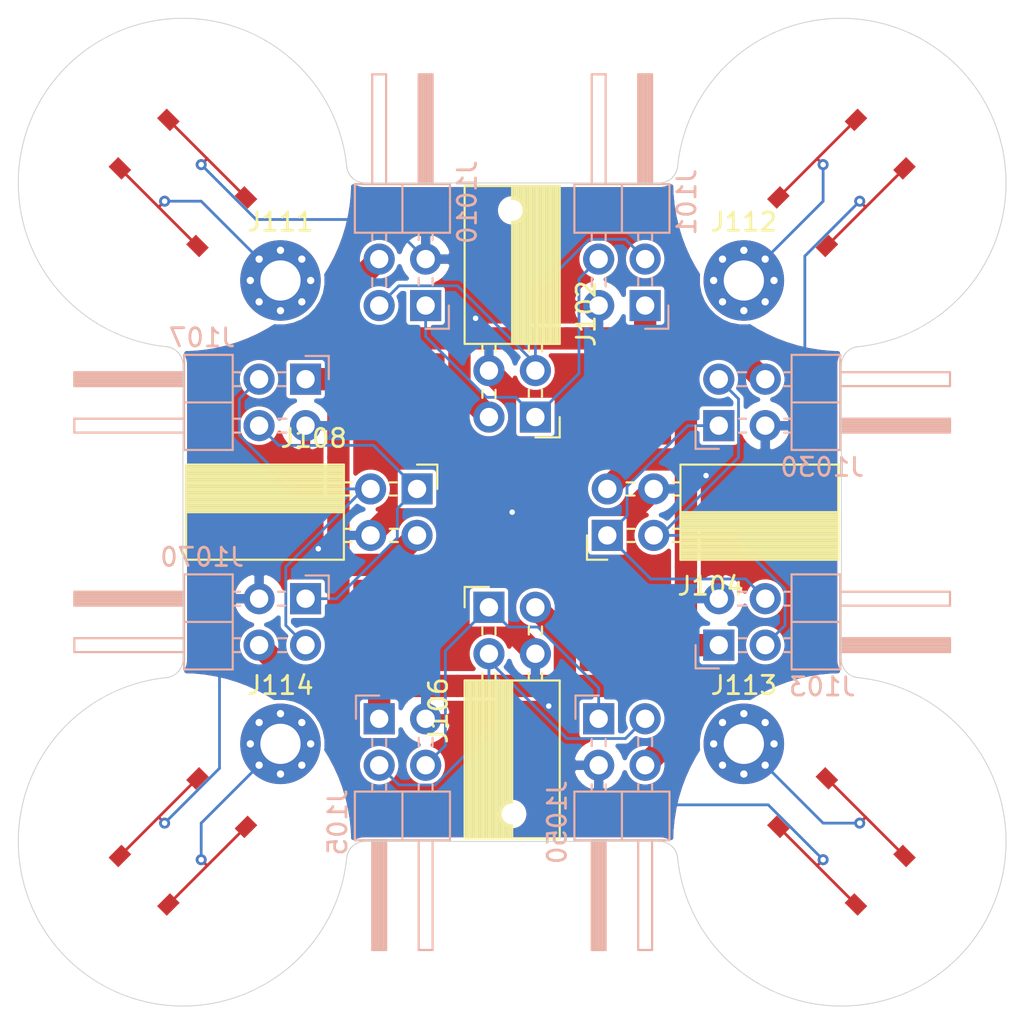
<source format=kicad_pcb>
(kicad_pcb (version 20171130) (host pcbnew "(5.1.9)-1")
  (title_block (title Node))
  (layers (0 F.Cu signal) (31 B.Cu signal) (34 B.Paste user hide) (35 F.Paste user hide) (36 B.SilkS user hide) (37 F.SilkS user hide) (38 B.Mask user hide) (39 F.Mask user hide) (44 Edge.Cuts user))
  (net 0 "")
  (net 1 GND)
  (net 2 "Net-(J111-Pad1)")
  (net 3 "Net-(J112-Pad1)")
  (net 4 "Net-(J113-Pad1)")
  (net 5 "Net-(J114-Pad1)")
  (net 6 +5V)
  (net 7 "/Upper Board/TX1T")
  (net 8 "/Upper Board/RX1T")
  (net 9 "/Upper Board/TX2T")
  (net 10 "/Upper Board/RX2T")
  (net 11 "/Upper Board/TX3T")
  (net 12 "/Upper Board/RX3T")
  (net 13 "/Upper Board/TX4T")
  (net 14 "/Upper Board/RX4T")
  (module Connector_PinHeader_2.54mm:PinHeader_2x02_P2.54mm_Horizontal (layer B.Cu) (at 132.296 112.27)
    (fp_text reference J103 (at 5.655 2.27) (layer B.SilkS) (effects (justify mirror)))
    (fp_text value MALE)
    (pad 1 thru_hole rect (at 0 0) (size 1.7 1.7) (drill 1) (layers *.Cu *.Mask) (net 6 +5V))
    (pad 2 thru_hole oval (at 2.54 0) (size 1.7 1.7) (drill 1) (layers *.Cu *.Mask) (net 10 "/Upper Board/RX2T"))
    (pad 3 thru_hole oval (at 0 -2.54) (size 1.7 1.7) (drill 1) (layers *.Cu *.Mask) (net 1 GND))
    (pad 4 thru_hole oval (at 2.54 -2.54) (size 1.7 1.7) (drill 1) (layers *.Cu *.Mask) (net 9 "/Upper Board/TX2T"))
  )
  (module Connector_PinSocket_2.54mm:PinSocket_2x02_P2.54mm_Horizontal (layer F.Cu) (at 126.2 106.27 180)
    (fp_text reference J104 (at -5.65 -2.77) (layer F.SilkS))
    (fp_text value FEMALE)
    (pad 4 thru_hole oval (at -2.54 2.54 180) (size 1.7 1.7) (drill 1) (layers *.Cu *.Mask) (net 1 GND))
    (pad 3 thru_hole oval (at 0 2.54 180) (size 1.7 1.7) (drill 1) (layers *.Cu *.Mask) (net 6 +5V))
    (pad 2 thru_hole oval (at -2.54 0 180) (size 1.7 1.7) (drill 1) (layers *.Cu *.Mask) (net 10 "/Upper Board/RX2T"))
    (pad 1 thru_hole rect (at 0 0 180) (size 1.7 1.7) (drill 1) (layers *.Cu *.Mask) (net 9 "/Upper Board/TX2T"))
  )
  (module Connector_PinSocket_2.54mm:PinSocket_2x02_P2.54mm_Horizontal (layer F.Cu) (at 115.8 103.73)
    (fp_text reference J108 (at -5.65 -2.77) (layer F.SilkS))
    (fp_text value FEMALE)
    (pad 4 thru_hole oval (at -2.54 2.54) (size 1.7 1.7) (drill 1) (layers *.Cu *.Mask) (net 1 GND))
    (pad 3 thru_hole oval (at 0 2.54) (size 1.7 1.7) (drill 1) (layers *.Cu *.Mask) (net 6 +5V))
    (pad 2 thru_hole oval (at -2.54 0) (size 1.7 1.7) (drill 1) (layers *.Cu *.Mask) (net 14 "/Upper Board/RX4T"))
    (pad 1 thru_hole rect (at 0 0) (size 1.7 1.7) (drill 1) (layers *.Cu *.Mask) (net 13 "/Upper Board/TX4T"))
  )
  (module node:top-leaf (layer F.Cu) (at 139 87 270)
    (fp_text reference SW2 (at 0 -11 90) (layer F.SilkS))
    (fp_text value ACTION)
    (pad 2 smd rect (at 3.447146 0.795495 45) (size 1 0.75) (layers F.Cu F.Paste F.Mask) (net 1 GND))
    (pad 1 smd rect (at 0.795495 3.447146 45) (size 1 0.75) (layers F.Cu F.Paste F.Mask) (net 3 "Net-(J112-Pad1)"))
    (pad 2 smd rect (at -0.795495 -3.447146 45) (size 1 0.75) (layers F.Cu F.Paste F.Mask) (net 1 GND))
    (pad 1 smd rect (at -3.447146 -0.795495 45) (size 1 0.75) (layers F.Cu F.Paste F.Mask) (net 3 "Net-(J112-Pad1)"))
  )
  (module node:top-leaf (layer F.Cu) (at 103 87)
    (fp_text reference SW1 hide)
    (fp_text value ACTION)
    (pad 2 smd rect (at 3.447146 0.795495 135) (size 1 0.75) (layers F.Cu F.Paste F.Mask) (net 1 GND))
    (pad 1 smd rect (at 0.795495 3.447146 135) (size 1 0.75) (layers F.Cu F.Paste F.Mask) (net 2 "Net-(J111-Pad1)"))
    (pad 2 smd rect (at -0.795495 -3.447146 135) (size 1 0.75) (layers F.Cu F.Paste F.Mask) (net 1 GND))
    (pad 1 smd rect (at -3.447146 -0.795495 135) (size 1 0.75) (layers F.Cu F.Paste F.Mask) (net 2 "Net-(J111-Pad1)"))
  )
  (module MountingHole:MountingHole_2.2mm_M2_Pad_Via (layer F.Cu) (at 108.334 92.334)
    (fp_text reference J111 (at 0 -3.2) (layer F.SilkS))
    (fp_text value STANDOFF)
    (pad 1 thru_hole circle (at 1.166726 -1.166726) (size 0.7 0.7) (drill 0.4) (layers *.Cu *.Mask) (net 2 "Net-(J111-Pad1)"))
    (pad 1 thru_hole circle (at 0 -1.65) (size 0.7 0.7) (drill 0.4) (layers *.Cu *.Mask) (net 2 "Net-(J111-Pad1)"))
    (pad 1 thru_hole circle (at -1.166726 -1.166726) (size 0.7 0.7) (drill 0.4) (layers *.Cu *.Mask) (net 2 "Net-(J111-Pad1)"))
    (pad 1 thru_hole circle (at -1.65 0) (size 0.7 0.7) (drill 0.4) (layers *.Cu *.Mask) (net 2 "Net-(J111-Pad1)"))
    (pad 1 thru_hole circle (at -1.166726 1.166726) (size 0.7 0.7) (drill 0.4) (layers *.Cu *.Mask) (net 2 "Net-(J111-Pad1)"))
    (pad 1 thru_hole circle (at 0 1.65) (size 0.7 0.7) (drill 0.4) (layers *.Cu *.Mask) (net 2 "Net-(J111-Pad1)"))
    (pad 1 thru_hole circle (at 1.166726 1.166726) (size 0.7 0.7) (drill 0.4) (layers *.Cu *.Mask) (net 2 "Net-(J111-Pad1)"))
    (pad 1 thru_hole circle (at 1.65 0) (size 0.7 0.7) (drill 0.4) (layers *.Cu *.Mask) (net 2 "Net-(J111-Pad1)"))
    (pad 1 thru_hole circle (at 0 0) (size 4.4 4.4) (drill 2.2) (layers *.Cu *.Mask) (net 2 "Net-(J111-Pad1)"))
  )
  (module MountingHole:MountingHole_2.2mm_M2_Pad_Via (layer F.Cu) (at 133.666 117.666)
    (fp_text reference J113 (at 0 -3.2) (layer F.SilkS))
    (fp_text value STANDOFF)
    (pad 1 thru_hole circle (at 1.166726 -1.166726) (size 0.7 0.7) (drill 0.4) (layers *.Cu *.Mask) (net 4 "Net-(J113-Pad1)"))
    (pad 1 thru_hole circle (at 0 -1.65) (size 0.7 0.7) (drill 0.4) (layers *.Cu *.Mask) (net 4 "Net-(J113-Pad1)"))
    (pad 1 thru_hole circle (at -1.166726 -1.166726) (size 0.7 0.7) (drill 0.4) (layers *.Cu *.Mask) (net 4 "Net-(J113-Pad1)"))
    (pad 1 thru_hole circle (at -1.65 0) (size 0.7 0.7) (drill 0.4) (layers *.Cu *.Mask) (net 4 "Net-(J113-Pad1)"))
    (pad 1 thru_hole circle (at -1.166726 1.166726) (size 0.7 0.7) (drill 0.4) (layers *.Cu *.Mask) (net 4 "Net-(J113-Pad1)"))
    (pad 1 thru_hole circle (at 0 1.65) (size 0.7 0.7) (drill 0.4) (layers *.Cu *.Mask) (net 4 "Net-(J113-Pad1)"))
    (pad 1 thru_hole circle (at 1.166726 1.166726) (size 0.7 0.7) (drill 0.4) (layers *.Cu *.Mask) (net 4 "Net-(J113-Pad1)"))
    (pad 1 thru_hole circle (at 1.65 0) (size 0.7 0.7) (drill 0.4) (layers *.Cu *.Mask) (net 4 "Net-(J113-Pad1)"))
    (pad 1 thru_hole circle (at 0 0) (size 4.4 4.4) (drill 2.2) (layers *.Cu *.Mask) (net 4 "Net-(J113-Pad1)"))
  )
  (module MountingHole:MountingHole_2.2mm_M2_Pad_Via (layer F.Cu) (at 108.334 117.666)
    (fp_text reference J114 (at 0 -3.2) (layer F.SilkS))
    (fp_text value STANDOFF)
    (pad 1 thru_hole circle (at 1.166726 -1.166726) (size 0.7 0.7) (drill 0.4) (layers *.Cu *.Mask) (net 5 "Net-(J114-Pad1)"))
    (pad 1 thru_hole circle (at 0 -1.65) (size 0.7 0.7) (drill 0.4) (layers *.Cu *.Mask) (net 5 "Net-(J114-Pad1)"))
    (pad 1 thru_hole circle (at -1.166726 -1.166726) (size 0.7 0.7) (drill 0.4) (layers *.Cu *.Mask) (net 5 "Net-(J114-Pad1)"))
    (pad 1 thru_hole circle (at -1.65 0) (size 0.7 0.7) (drill 0.4) (layers *.Cu *.Mask) (net 5 "Net-(J114-Pad1)"))
    (pad 1 thru_hole circle (at -1.166726 1.166726) (size 0.7 0.7) (drill 0.4) (layers *.Cu *.Mask) (net 5 "Net-(J114-Pad1)"))
    (pad 1 thru_hole circle (at 0 1.65) (size 0.7 0.7) (drill 0.4) (layers *.Cu *.Mask) (net 5 "Net-(J114-Pad1)"))
    (pad 1 thru_hole circle (at 1.166726 1.166726) (size 0.7 0.7) (drill 0.4) (layers *.Cu *.Mask) (net 5 "Net-(J114-Pad1)"))
    (pad 1 thru_hole circle (at 1.65 0) (size 0.7 0.7) (drill 0.4) (layers *.Cu *.Mask) (net 5 "Net-(J114-Pad1)"))
    (pad 1 thru_hole circle (at 0 0) (size 4.4 4.4) (drill 2.2) (layers *.Cu *.Mask) (net 5 "Net-(J114-Pad1)"))
  )
  (module Connector_PinHeader_2.54mm:PinHeader_2x02_P2.54mm_Horizontal (layer B.Cu) (at 128.27 93.704 90)
    (fp_text reference J101 (at 5.655 2.27 270) (layer B.SilkS) (effects (justify mirror)))
    (fp_text value MALE)
    (pad 4 thru_hole oval (at 2.54 -2.54 90) (size 1.7 1.7) (drill 1) (layers *.Cu *.Mask) (net 7 "/Upper Board/TX1T"))
    (pad 3 thru_hole oval (at 0 -2.54 90) (size 1.7 1.7) (drill 1) (layers *.Cu *.Mask) (net 1 GND))
    (pad 2 thru_hole oval (at 2.54 0 90) (size 1.7 1.7) (drill 1) (layers *.Cu *.Mask) (net 8 "/Upper Board/RX1T"))
    (pad 1 thru_hole rect (at 0 0 90) (size 1.7 1.7) (drill 1) (layers *.Cu *.Mask) (net 6 +5V))
  )
  (module Connector_PinSocket_2.54mm:PinSocket_2x02_P2.54mm_Horizontal (layer F.Cu) (at 122.27 99.8 270)
    (fp_text reference J102 (at -5.65 -2.77 90) (layer F.SilkS))
    (fp_text value FEMALE)
    (pad 4 thru_hole oval (at -2.54 2.54 270) (size 1.7 1.7) (drill 1) (layers *.Cu *.Mask) (net 1 GND))
    (pad 3 thru_hole oval (at 0 2.54 270) (size 1.7 1.7) (drill 1) (layers *.Cu *.Mask) (net 6 +5V))
    (pad 2 thru_hole oval (at -2.54 0 270) (size 1.7 1.7) (drill 1) (layers *.Cu *.Mask) (net 8 "/Upper Board/RX1T"))
    (pad 1 thru_hole rect (at 0 0 270) (size 1.7 1.7) (drill 1) (layers *.Cu *.Mask) (net 7 "/Upper Board/TX1T"))
  )
  (module Connector_PinHeader_2.54mm:PinHeader_2x02_P2.54mm_Horizontal (layer B.Cu) (at 113.73 116.296 270)
    (fp_text reference J105 (at 5.655 2.27 90) (layer B.SilkS) (effects (justify mirror)))
    (fp_text value MALE)
    (pad 4 thru_hole oval (at 2.54 -2.54 270) (size 1.7 1.7) (drill 1) (layers *.Cu *.Mask) (net 11 "/Upper Board/TX3T"))
    (pad 3 thru_hole oval (at 0 -2.54 270) (size 1.7 1.7) (drill 1) (layers *.Cu *.Mask) (net 1 GND))
    (pad 2 thru_hole oval (at 2.54 0 270) (size 1.7 1.7) (drill 1) (layers *.Cu *.Mask) (net 12 "/Upper Board/RX3T"))
    (pad 1 thru_hole rect (at 0 0 270) (size 1.7 1.7) (drill 1) (layers *.Cu *.Mask) (net 6 +5V))
  )
  (module Connector_PinSocket_2.54mm:PinSocket_2x02_P2.54mm_Horizontal (layer F.Cu) (at 119.73 110.2 90)
    (fp_text reference J106 (at -5.65 -2.77 90) (layer F.SilkS))
    (fp_text value FEMALE)
    (pad 4 thru_hole oval (at -2.54 2.54 90) (size 1.7 1.7) (drill 1) (layers *.Cu *.Mask) (net 1 GND))
    (pad 3 thru_hole oval (at 0 2.54 90) (size 1.7 1.7) (drill 1) (layers *.Cu *.Mask) (net 6 +5V))
    (pad 2 thru_hole oval (at -2.54 0 90) (size 1.7 1.7) (drill 1) (layers *.Cu *.Mask) (net 12 "/Upper Board/RX3T"))
    (pad 1 thru_hole rect (at 0 0 90) (size 1.7 1.7) (drill 1) (layers *.Cu *.Mask) (net 11 "/Upper Board/TX3T"))
  )
  (module Connector_PinHeader_2.54mm:PinHeader_2x02_P2.54mm_Horizontal (layer B.Cu) (at 109.704 97.73 180)
    (fp_text reference J107 (at 5.655 2.27) (layer B.SilkS) (effects (justify mirror)))
    (fp_text value MALE)
    (pad 4 thru_hole oval (at 2.54 -2.54 180) (size 1.7 1.7) (drill 1) (layers *.Cu *.Mask) (net 13 "/Upper Board/TX4T"))
    (pad 3 thru_hole oval (at 0 -2.54 180) (size 1.7 1.7) (drill 1) (layers *.Cu *.Mask) (net 1 GND))
    (pad 2 thru_hole oval (at 2.54 0 180) (size 1.7 1.7) (drill 1) (layers *.Cu *.Mask) (net 14 "/Upper Board/RX4T"))
    (pad 1 thru_hole rect (at 0 0 180) (size 1.7 1.7) (drill 1) (layers *.Cu *.Mask) (net 6 +5V))
  )
  (module MountingHole:MountingHole_2.2mm_M2_Pad_Via (layer F.Cu) (at 133.666 92.334)
    (fp_text reference J112 (at 0 -3.2) (layer F.SilkS))
    (fp_text value STANDOFF)
    (pad 1 thru_hole circle (at 1.166726 -1.166726) (size 0.7 0.7) (drill 0.4) (layers *.Cu *.Mask) (net 3 "Net-(J112-Pad1)"))
    (pad 1 thru_hole circle (at 0 -1.65) (size 0.7 0.7) (drill 0.4) (layers *.Cu *.Mask) (net 3 "Net-(J112-Pad1)"))
    (pad 1 thru_hole circle (at -1.166726 -1.166726) (size 0.7 0.7) (drill 0.4) (layers *.Cu *.Mask) (net 3 "Net-(J112-Pad1)"))
    (pad 1 thru_hole circle (at -1.65 0) (size 0.7 0.7) (drill 0.4) (layers *.Cu *.Mask) (net 3 "Net-(J112-Pad1)"))
    (pad 1 thru_hole circle (at -1.166726 1.166726) (size 0.7 0.7) (drill 0.4) (layers *.Cu *.Mask) (net 3 "Net-(J112-Pad1)"))
    (pad 1 thru_hole circle (at 0 1.65) (size 0.7 0.7) (drill 0.4) (layers *.Cu *.Mask) (net 3 "Net-(J112-Pad1)"))
    (pad 1 thru_hole circle (at 1.166726 1.166726) (size 0.7 0.7) (drill 0.4) (layers *.Cu *.Mask) (net 3 "Net-(J112-Pad1)"))
    (pad 1 thru_hole circle (at 1.65 0) (size 0.7 0.7) (drill 0.4) (layers *.Cu *.Mask) (net 3 "Net-(J112-Pad1)"))
    (pad 1 thru_hole circle (at 0 0) (size 4.4 4.4) (drill 2.2) (layers *.Cu *.Mask) (net 3 "Net-(J112-Pad1)"))
  )
  (module node:top-leaf (layer F.Cu) (at 139 123 180)
    (fp_text reference SW3 (at 0 -11) (layer F.SilkS))
    (fp_text value ACTION)
    (pad 2 smd rect (at 3.447146 0.795495 315) (size 1 0.75) (layers F.Cu F.Paste F.Mask) (net 1 GND))
    (pad 1 smd rect (at 0.795495 3.447146 315) (size 1 0.75) (layers F.Cu F.Paste F.Mask) (net 4 "Net-(J113-Pad1)"))
    (pad 2 smd rect (at -0.795495 -3.447146 315) (size 1 0.75) (layers F.Cu F.Paste F.Mask) (net 1 GND))
    (pad 1 smd rect (at -3.447146 -0.795495 315) (size 1 0.75) (layers F.Cu F.Paste F.Mask) (net 4 "Net-(J113-Pad1)"))
  )
  (module node:top-leaf (layer F.Cu) (at 103 123 90)
    (fp_text reference SW4 (at 0 -11 90) (layer F.SilkS))
    (fp_text value ACTION)
    (pad 2 smd rect (at 3.447146 0.795495 225) (size 1 0.75) (layers F.Cu F.Paste F.Mask) (net 1 GND))
    (pad 1 smd rect (at 0.795495 3.447146 225) (size 1 0.75) (layers F.Cu F.Paste F.Mask) (net 5 "Net-(J114-Pad1)"))
    (pad 2 smd rect (at -0.795495 -3.447146 225) (size 1 0.75) (layers F.Cu F.Paste F.Mask) (net 1 GND))
    (pad 1 smd rect (at -3.447146 -0.795495 225) (size 1 0.75) (layers F.Cu F.Paste F.Mask) (net 5 "Net-(J114-Pad1)"))
  )
  (module node:JLCPCB-tooling-hole (layer F.Cu) (at 121 88.5)
    (fp_text reference H1 hide)
    (fp_text value MountingHole hide)
    (pad "" np_thru_hole circle (at 0 0) (size 1.152 1.152) (drill 1.152) (layers *.Cu *.Mask) (clearance 0.124))
  )
  (module node:JLCPCB-tooling-hole (layer F.Cu) (at 121 121.5)
    (fp_text reference H2 hide)
    (fp_text value MountingHole hide)
    (pad "" np_thru_hole circle (at 0 0) (size 1.152 1.152) (drill 1.152) (layers *.Cu *.Mask) (clearance 0.124))
  )
  (module Connector_PinHeader_2.54mm:PinHeader_2x02_P2.54mm_Horizontal (layer B.Cu) (at 116.27 93.704 90)
    (fp_text reference J1010 (at 5.655 2.27 270) (layer B.SilkS) (effects (justify mirror)))
    (fp_text value MALE)
    (pad 4 thru_hole oval (at 2.54 -2.54 90) (size 1.7 1.7) (drill 1) (layers *.Cu *.Mask) (net 6 +5V))
    (pad 3 thru_hole oval (at 0 -2.54 90) (size 1.7 1.7) (drill 1) (layers *.Cu *.Mask) (net 8 "/Upper Board/RX1T"))
    (pad 2 thru_hole oval (at 2.54 0 90) (size 1.7 1.7) (drill 1) (layers *.Cu *.Mask) (net 1 GND))
    (pad 1 thru_hole rect (at 0 0 90) (size 1.7 1.7) (drill 1) (layers *.Cu *.Mask) (net 7 "/Upper Board/TX1T"))
  )
  (module Connector_PinHeader_2.54mm:PinHeader_2x02_P2.54mm_Horizontal (layer B.Cu) (at 132.296 100.27)
    (fp_text reference J1030 (at 5.655 2.27) (layer B.SilkS) (effects (justify mirror)))
    (fp_text value MALE)
    (pad 4 thru_hole oval (at 2.54 -2.54) (size 1.7 1.7) (drill 1) (layers *.Cu *.Mask) (net 6 +5V))
    (pad 3 thru_hole oval (at 0 -2.54) (size 1.7 1.7) (drill 1) (layers *.Cu *.Mask) (net 10 "/Upper Board/RX2T"))
    (pad 2 thru_hole oval (at 2.54 0) (size 1.7 1.7) (drill 1) (layers *.Cu *.Mask) (net 1 GND))
    (pad 1 thru_hole rect (at 0 0) (size 1.7 1.7) (drill 1) (layers *.Cu *.Mask) (net 9 "/Upper Board/TX2T"))
  )
  (module Connector_PinHeader_2.54mm:PinHeader_2x02_P2.54mm_Horizontal (layer B.Cu) (at 125.73 116.296 270)
    (fp_text reference J1050 (at 5.655 2.27 270) (layer B.SilkS) (effects (justify mirror)))
    (fp_text value MALE)
    (pad 4 thru_hole oval (at 2.54 -2.54 270) (size 1.7 1.7) (drill 1) (layers *.Cu *.Mask) (net 6 +5V))
    (pad 3 thru_hole oval (at 0 -2.54 270) (size 1.7 1.7) (drill 1) (layers *.Cu *.Mask) (net 12 "/Upper Board/RX3T"))
    (pad 2 thru_hole oval (at 2.54 0 270) (size 1.7 1.7) (drill 1) (layers *.Cu *.Mask) (net 1 GND))
    (pad 1 thru_hole rect (at 0 0 270) (size 1.7 1.7) (drill 1) (layers *.Cu *.Mask) (net 11 "/Upper Board/TX3T"))
  )
  (module Connector_PinHeader_2.54mm:PinHeader_2x02_P2.54mm_Horizontal (layer B.Cu) (at 109.704 109.73 180)
    (fp_text reference J1070 (at 5.655 2.27) (layer B.SilkS) (effects (justify mirror)))
    (fp_text value MALE)
    (pad 1 thru_hole rect (at 0 0 180) (size 1.7 1.7) (drill 1) (layers *.Cu *.Mask) (net 13 "/Upper Board/TX4T"))
    (pad 2 thru_hole oval (at 2.54 0 180) (size 1.7 1.7) (drill 1) (layers *.Cu *.Mask) (net 1 GND))
    (pad 3 thru_hole oval (at 0 -2.54 180) (size 1.7 1.7) (drill 1) (layers *.Cu *.Mask) (net 14 "/Upper Board/RX4T"))
    (pad 4 thru_hole oval (at 2.54 -2.54 180) (size 1.7 1.7) (drill 1) (layers *.Cu *.Mask) (net 6 +5V))
  )
  (gr_line (start 139.005258 113.152547) (end 139.009342 113.186502) (layer Edge.Cuts) (width 0.05))
  (gr_line (start 139.009342 113.186502) (end 139.014585 113.220296) (layer Edge.Cuts) (width 0.05))
  (gr_line (start 139.000584 113.084319) (end 139.002338 113.118473) (layer Edge.Cuts) (width 0.05))
  (gr_line (start 139.002338 113.118473) (end 139.005258 113.152547) (layer Edge.Cuts) (width 0.05))
  (gr_line (start 139 113.050125) (end 139.000584 113.084319) (layer Edge.Cuts) (width 0.05))
  (gr_line (start 139 96.949874) (end 139 113.050125) (layer Edge.Cuts) (width 0.05))
  (gr_line (start 139.000584 96.91568) (end 139 96.949874) (layer Edge.Cuts) (width 0.05))
  (gr_line (start 139.002338 96.881526) (end 139.000584 96.91568) (layer Edge.Cuts) (width 0.05))
  (gr_line (start 139.005258 96.847452) (end 139.002338 96.881526) (layer Edge.Cuts) (width 0.05))
  (gr_line (start 139.009342 96.813497) (end 139.005258 96.847452) (layer Edge.Cuts) (width 0.05))
  (gr_line (start 139.014585 96.779703) (end 139.009342 96.813497) (layer Edge.Cuts) (width 0.05))
  (gr_line (start 139.02098 96.746107) (end 139.014585 96.779703) (layer Edge.Cuts) (width 0.05))
  (gr_line (start 139.02852 96.71275) (end 139.02098 96.746107) (layer Edge.Cuts) (width 0.05))
  (gr_line (start 139.037197 96.679669) (end 139.02852 96.71275) (layer Edge.Cuts) (width 0.05))
  (gr_line (start 139.046999 96.646905) (end 139.037197 96.679669) (layer Edge.Cuts) (width 0.05))
  (gr_line (start 139.057916 96.614496) (end 139.046999 96.646905) (layer Edge.Cuts) (width 0.05))
  (gr_line (start 139.069935 96.582478) (end 139.057916 96.614496) (layer Edge.Cuts) (width 0.05))
  (gr_line (start 139.083041 96.55089) (end 139.069935 96.582478) (layer Edge.Cuts) (width 0.05))
  (gr_line (start 139.09722 96.519769) (end 139.083041 96.55089) (layer Edge.Cuts) (width 0.05))
  (gr_line (start 139.112455 96.489151) (end 139.09722 96.519769) (layer Edge.Cuts) (width 0.05))
  (gr_line (start 139.128728 96.459072) (end 139.112455 96.489151) (layer Edge.Cuts) (width 0.05))
  (gr_line (start 139.14602 96.429567) (end 139.128728 96.459072) (layer Edge.Cuts) (width 0.05))
  (gr_line (start 139.164311 96.40067) (end 139.14602 96.429567) (layer Edge.Cuts) (width 0.05))
  (gr_line (start 139.183579 96.372416) (end 139.164311 96.40067) (layer Edge.Cuts) (width 0.05))
  (gr_line (start 139.203802 96.344837) (end 139.183579 96.372416) (layer Edge.Cuts) (width 0.05))
  (gr_line (start 139.224957 96.317965) (end 139.203802 96.344837) (layer Edge.Cuts) (width 0.05))
  (gr_line (start 139.247017 96.291833) (end 139.224957 96.317965) (layer Edge.Cuts) (width 0.05))
  (gr_line (start 139.269959 96.26647) (end 139.247017 96.291833) (layer Edge.Cuts) (width 0.05))
  (gr_line (start 139.293754 96.241907) (end 139.269959 96.26647) (layer Edge.Cuts) (width 0.05))
  (gr_line (start 139.318375 96.218172) (end 139.293754 96.241907) (layer Edge.Cuts) (width 0.05))
  (gr_line (start 139.343794 96.195292) (end 139.318375 96.218172) (layer Edge.Cuts) (width 0.05))
  (gr_line (start 139.36998 96.173295) (end 139.343794 96.195292) (layer Edge.Cuts) (width 0.05))
  (gr_line (start 139.396902 96.152206) (end 139.36998 96.173295) (layer Edge.Cuts) (width 0.05))
  (gr_line (start 139.424531 96.13205) (end 139.396902 96.152206) (layer Edge.Cuts) (width 0.05))
  (gr_line (start 139.452832 96.112851) (end 139.424531 96.13205) (layer Edge.Cuts) (width 0.05))
  (gr_line (start 139.481773 96.094631) (end 139.452832 96.112851) (layer Edge.Cuts) (width 0.05))
  (gr_line (start 139.51132 96.07741) (end 139.481773 96.094631) (layer Edge.Cuts) (width 0.05))
  (gr_line (start 139.541439 96.061211) (end 139.51132 96.07741) (layer Edge.Cuts) (width 0.05))
  (gr_line (start 139.572094 96.04605) (end 139.541439 96.061211) (layer Edge.Cuts) (width 0.05))
  (gr_line (start 139.60325 96.031947) (end 139.572094 96.04605) (layer Edge.Cuts) (width 0.05))
  (gr_line (start 139.634869 96.018917) (end 139.60325 96.031947) (layer Edge.Cuts) (width 0.05))
  (gr_line (start 139.666916 96.006977) (end 139.634869 96.018917) (layer Edge.Cuts) (width 0.05))
  (gr_line (start 139.699352 95.996139) (end 139.666916 96.006977) (layer Edge.Cuts) (width 0.05))
  (gr_line (start 139.73214 95.986416) (end 139.699352 95.996139) (layer Edge.Cuts) (width 0.05))
  (gr_line (start 139.765241 95.97782) (end 139.73214 95.986416) (layer Edge.Cuts) (width 0.05))
  (gr_line (start 139.798617 95.970361) (end 139.765241 95.97782) (layer Edge.Cuts) (width 0.05))
  (gr_line (start 139.832228 95.964048) (end 139.798617 95.970361) (layer Edge.Cuts) (width 0.05))
  (gr_line (start 139.866035 95.958888) (end 139.832228 95.964048) (layer Edge.Cuts) (width 0.05))
  (gr_line (start 139.9 95.954886) (end 139.866035 95.958888) (layer Edge.Cuts) (width 0.05))
  (gr_line (start 140.210202 95.918262) (end 139.9 95.954886) (layer Edge.Cuts) (width 0.05))
  (gr_line (start 140.518947 95.870896) (end 140.210202 95.918262) (layer Edge.Cuts) (width 0.05))
  (gr_line (start 140.825863 95.812844) (end 140.518947 95.870896) (layer Edge.Cuts) (width 0.05))
  (gr_line (start 141.130579 95.744177) (end 140.825863 95.812844) (layer Edge.Cuts) (width 0.05))
  (gr_line (start 141.432729 95.664977) (end 141.130579 95.744177) (layer Edge.Cuts) (width 0.05))
  (gr_line (start 141.731948 95.57534) (end 141.432729 95.664977) (layer Edge.Cuts) (width 0.05))
  (gr_line (start 142.027877 95.475373) (end 141.731948 95.57534) (layer Edge.Cuts) (width 0.05))
  (gr_line (start 142.320158 95.365198) (end 142.027877 95.475373) (layer Edge.Cuts) (width 0.05))
  (gr_line (start 142.608441 95.244947) (end 142.320158 95.365198) (layer Edge.Cuts) (width 0.05))
  (gr_line (start 142.892376 95.114764) (end 142.608441 95.244947) (layer Edge.Cuts) (width 0.05))
  (gr_line (start 143.171624 94.974807) (end 142.892376 95.114764) (layer Edge.Cuts) (width 0.05))
  (gr_line (start 143.445846 94.825244) (end 143.171624 94.974807) (layer Edge.Cuts) (width 0.05))
  (gr_line (start 143.714714 94.666255) (end 143.445846 94.825244) (layer Edge.Cuts) (width 0.05))
  (gr_line (start 143.977902 94.498032) (end 143.714714 94.666255) (layer Edge.Cuts) (width 0.05))
  (gr_line (start 144.235094 94.320777) (end 143.977902 94.498032) (layer Edge.Cuts) (width 0.05))
  (gr_line (start 144.48598 94.134704) (end 144.235094 94.320777) (layer Edge.Cuts) (width 0.05))
  (gr_line (start 144.730259 93.940038) (end 144.48598 94.134704) (layer Edge.Cuts) (width 0.05))
  (gr_line (start 144.967635 93.737011) (end 144.730259 93.940038) (layer Edge.Cuts) (width 0.05))
  (gr_line (start 145.197823 93.52587) (end 144.967635 93.737011) (layer Edge.Cuts) (width 0.05))
  (gr_line (start 145.420545 93.306868) (end 145.197823 93.52587) (layer Edge.Cuts) (width 0.05))
  (gr_line (start 145.635534 93.080269) (end 145.420545 93.306868) (layer Edge.Cuts) (width 0.05))
  (gr_line (start 145.84253 92.846347) (end 145.635534 93.080269) (layer Edge.Cuts) (width 0.05))
  (gr_line (start 146.041284 92.605382) (end 145.84253 92.846347) (layer Edge.Cuts) (width 0.05))
  (gr_line (start 146.231556 92.357666) (end 146.041284 92.605382) (layer Edge.Cuts) (width 0.05))
  (gr_line (start 146.413118 92.103496) (end 146.231556 92.357666) (layer Edge.Cuts) (width 0.05))
  (gr_line (start 146.58575 91.843178) (end 146.413118 92.103496) (layer Edge.Cuts) (width 0.05))
  (gr_line (start 146.749246 91.577027) (end 146.58575 91.843178) (layer Edge.Cuts) (width 0.05))
  (gr_line (start 146.903407 91.305363) (end 146.749246 91.577027) (layer Edge.Cuts) (width 0.05))
  (gr_line (start 147.048048 91.028513) (end 146.903407 91.305363) (layer Edge.Cuts) (width 0.05))
  (gr_line (start 147.182995 90.74681) (end 147.048048 91.028513) (layer Edge.Cuts) (width 0.05))
  (gr_line (start 147.308085 90.460594) (end 147.182995 90.74681) (layer Edge.Cuts) (width 0.05))
  (gr_line (start 147.423168 90.17021) (end 147.308085 90.460594) (layer Edge.Cuts) (width 0.05))
  (gr_line (start 147.528105 89.876007) (end 147.423168 90.17021) (layer Edge.Cuts) (width 0.05))
  (gr_line (start 147.622769 89.57834) (end 147.528105 89.876007) (layer Edge.Cuts) (width 0.05))
  (gr_line (start 147.707047 89.277567) (end 147.622769 89.57834) (layer Edge.Cuts) (width 0.05))
  (gr_line (start 147.780838 88.974051) (end 147.707047 89.277567) (layer Edge.Cuts) (width 0.05))
  (gr_line (start 147.844051 88.668157) (end 147.780838 88.974051) (layer Edge.Cuts) (width 0.05))
  (gr_line (start 147.896612 88.360254) (end 147.844051 88.668157) (layer Edge.Cuts) (width 0.05))
  (gr_line (start 147.938456 88.050712) (end 147.896612 88.360254) (layer Edge.Cuts) (width 0.05))
  (gr_line (start 147.969534 87.739904) (end 147.938456 88.050712) (layer Edge.Cuts) (width 0.05))
  (gr_line (start 147.989807 87.428206) (end 147.969534 87.739904) (layer Edge.Cuts) (width 0.05))
  (gr_line (start 147.999252 87.115991) (end 147.989807 87.428206) (layer Edge.Cuts) (width 0.05))
  (gr_line (start 147.997857 86.803637) (end 147.999252 87.115991) (layer Edge.Cuts) (width 0.05))
  (gr_line (start 147.985624 86.491519) (end 147.997857 86.803637) (layer Edge.Cuts) (width 0.05))
  (gr_line (start 147.962567 86.180014) (end 147.985624 86.491519) (layer Edge.Cuts) (width 0.05))
  (gr_line (start 147.928715 85.869497) (end 147.962567 86.180014) (layer Edge.Cuts) (width 0.05))
  (gr_line (start 147.884108 85.560341) (end 147.928715 85.869497) (layer Edge.Cuts) (width 0.05))
  (gr_line (start 147.8288 85.252919) (end 147.884108 85.560341) (layer Edge.Cuts) (width 0.05))
  (gr_line (start 147.762857 84.947602) (end 147.8288 85.252919) (layer Edge.Cuts) (width 0.05))
  (gr_line (start 147.686359 84.644757) (end 147.762857 84.947602) (layer Edge.Cuts) (width 0.05))
  (gr_line (start 147.599397 84.344749) (end 147.686359 84.644757) (layer Edge.Cuts) (width 0.05))
  (gr_line (start 147.502078 84.047939) (end 147.599397 84.344749) (layer Edge.Cuts) (width 0.05))
  (gr_line (start 147.394518 83.754685) (end 147.502078 84.047939) (layer Edge.Cuts) (width 0.05))
  (gr_line (start 147.276846 83.465341) (end 147.394518 83.754685) (layer Edge.Cuts) (width 0.05))
  (gr_line (start 147.149204 83.180253) (end 147.276846 83.465341) (layer Edge.Cuts) (width 0.05))
  (gr_line (start 147.011747 82.899767) (end 147.149204 83.180253) (layer Edge.Cuts) (width 0.05))
  (gr_line (start 146.864639 82.62422) (end 147.011747 82.899767) (layer Edge.Cuts) (width 0.05))
  (gr_line (start 146.708058 82.353943) (end 146.864639 82.62422) (layer Edge.Cuts) (width 0.05))
  (gr_line (start 146.542192 82.089263) (end 146.708058 82.353943) (layer Edge.Cuts) (width 0.05))
  (gr_line (start 146.367241 81.830498) (end 146.542192 82.089263) (layer Edge.Cuts) (width 0.05))
  (gr_line (start 146.183417 81.57796) (end 146.367241 81.830498) (layer Edge.Cuts) (width 0.05))
  (gr_line (start 145.990939 81.331952) (end 146.183417 81.57796) (layer Edge.Cuts) (width 0.05))
  (gr_line (start 145.790041 81.092772) (end 145.990939 81.331952) (layer Edge.Cuts) (width 0.05))
  (gr_line (start 145.580964 80.860708) (end 145.790041 81.092772) (layer Edge.Cuts) (width 0.05))
  (gr_line (start 145.363961 80.636038) (end 145.580964 80.860708) (layer Edge.Cuts) (width 0.05))
  (gr_line (start 145.139291 80.419035) (end 145.363961 80.636038) (layer Edge.Cuts) (width 0.05))
  (gr_line (start 144.907227 80.209958) (end 145.139291 80.419035) (layer Edge.Cuts) (width 0.05))
  (gr_line (start 144.668047 80.00906) (end 144.907227 80.209958) (layer Edge.Cuts) (width 0.05))
  (gr_line (start 144.422039 79.816582) (end 144.668047 80.00906) (layer Edge.Cuts) (width 0.05))
  (gr_line (start 144.169501 79.632758) (end 144.422039 79.816582) (layer Edge.Cuts) (width 0.05))
  (gr_line (start 143.910736 79.457807) (end 144.169501 79.632758) (layer Edge.Cuts) (width 0.05))
  (gr_line (start 143.646056 79.291941) (end 143.910736 79.457807) (layer Edge.Cuts) (width 0.05))
  (gr_line (start 143.375779 79.13536) (end 143.646056 79.291941) (layer Edge.Cuts) (width 0.05))
  (gr_line (start 143.100232 78.988252) (end 143.375779 79.13536) (layer Edge.Cuts) (width 0.05))
  (gr_line (start 142.819746 78.850795) (end 143.100232 78.988252) (layer Edge.Cuts) (width 0.05))
  (gr_line (start 142.534658 78.723153) (end 142.819746 78.850795) (layer Edge.Cuts) (width 0.05))
  (gr_line (start 142.245314 78.605481) (end 142.534658 78.723153) (layer Edge.Cuts) (width 0.05))
  (gr_line (start 141.95206 78.497921) (end 142.245314 78.605481) (layer Edge.Cuts) (width 0.05))
  (gr_line (start 141.65525 78.400602) (end 141.95206 78.497921) (layer Edge.Cuts) (width 0.05))
  (gr_line (start 141.355242 78.31364) (end 141.65525 78.400602) (layer Edge.Cuts) (width 0.05))
  (gr_line (start 141.052397 78.237142) (end 141.355242 78.31364) (layer Edge.Cuts) (width 0.05))
  (gr_line (start 140.74708 78.171199) (end 141.052397 78.237142) (layer Edge.Cuts) (width 0.05))
  (gr_line (start 140.439658 78.115891) (end 140.74708 78.171199) (layer Edge.Cuts) (width 0.05))
  (gr_line (start 140.130502 78.071284) (end 140.439658 78.115891) (layer Edge.Cuts) (width 0.05))
  (gr_line (start 139.819985 78.037432) (end 140.130502 78.071284) (layer Edge.Cuts) (width 0.05))
  (gr_line (start 139.50848 78.014375) (end 139.819985 78.037432) (layer Edge.Cuts) (width 0.05))
  (gr_line (start 139.196362 78.002142) (end 139.50848 78.014375) (layer Edge.Cuts) (width 0.05))
  (gr_line (start 138.884008 78.000747) (end 139.196362 78.002142) (layer Edge.Cuts) (width 0.05))
  (gr_line (start 138.571793 78.010192) (end 138.884008 78.000747) (layer Edge.Cuts) (width 0.05))
  (gr_line (start 138.260095 78.030465) (end 138.571793 78.010192) (layer Edge.Cuts) (width 0.05))
  (gr_line (start 137.949287 78.061543) (end 138.260095 78.030465) (layer Edge.Cuts) (width 0.05))
  (gr_line (start 137.639745 78.103387) (end 137.949287 78.061543) (layer Edge.Cuts) (width 0.05))
  (gr_line (start 137.331842 78.155948) (end 137.639745 78.103387) (layer Edge.Cuts) (width 0.05))
  (gr_line (start 137.025948 78.219161) (end 137.331842 78.155948) (layer Edge.Cuts) (width 0.05))
  (gr_line (start 136.722432 78.292952) (end 137.025948 78.219161) (layer Edge.Cuts) (width 0.05))
  (gr_line (start 136.421659 78.37723) (end 136.722432 78.292952) (layer Edge.Cuts) (width 0.05))
  (gr_line (start 136.123992 78.471894) (end 136.421659 78.37723) (layer Edge.Cuts) (width 0.05))
  (gr_line (start 135.829789 78.576831) (end 136.123992 78.471894) (layer Edge.Cuts) (width 0.05))
  (gr_line (start 135.539405 78.691914) (end 135.829789 78.576831) (layer Edge.Cuts) (width 0.05))
  (gr_line (start 135.253189 78.817004) (end 135.539405 78.691914) (layer Edge.Cuts) (width 0.05))
  (gr_line (start 134.971486 78.951951) (end 135.253189 78.817004) (layer Edge.Cuts) (width 0.05))
  (gr_line (start 134.694636 79.096592) (end 134.971486 78.951951) (layer Edge.Cuts) (width 0.05))
  (gr_line (start 134.422972 79.250753) (end 134.694636 79.096592) (layer Edge.Cuts) (width 0.05))
  (gr_line (start 134.156821 79.414249) (end 134.422972 79.250753) (layer Edge.Cuts) (width 0.05))
  (gr_line (start 133.896503 79.586881) (end 134.156821 79.414249) (layer Edge.Cuts) (width 0.05))
  (gr_line (start 133.642333 79.768443) (end 133.896503 79.586881) (layer Edge.Cuts) (width 0.05))
  (gr_line (start 133.394617 79.958715) (end 133.642333 79.768443) (layer Edge.Cuts) (width 0.05))
  (gr_line (start 133.153652 80.157469) (end 133.394617 79.958715) (layer Edge.Cuts) (width 0.05))
  (gr_line (start 132.91973 80.364465) (end 133.153652 80.157469) (layer Edge.Cuts) (width 0.05))
  (gr_line (start 132.693131 80.579454) (end 132.91973 80.364465) (layer Edge.Cuts) (width 0.05))
  (gr_line (start 132.474129 80.802176) (end 132.693131 80.579454) (layer Edge.Cuts) (width 0.05))
  (gr_line (start 132.262988 81.032364) (end 132.474129 80.802176) (layer Edge.Cuts) (width 0.05))
  (gr_line (start 132.059961 81.26974) (end 132.262988 81.032364) (layer Edge.Cuts) (width 0.05))
  (gr_line (start 131.865295 81.514019) (end 132.059961 81.26974) (layer Edge.Cuts) (width 0.05))
  (gr_line (start 131.679222 81.764905) (end 131.865295 81.514019) (layer Edge.Cuts) (width 0.05))
  (gr_line (start 131.501967 82.022097) (end 131.679222 81.764905) (layer Edge.Cuts) (width 0.05))
  (gr_line (start 131.333744 82.285285) (end 131.501967 82.022097) (layer Edge.Cuts) (width 0.05))
  (gr_line (start 131.174755 82.554153) (end 131.333744 82.285285) (layer Edge.Cuts) (width 0.05))
  (gr_line (start 131.025192 82.828375) (end 131.174755 82.554153) (layer Edge.Cuts) (width 0.05))
  (gr_line (start 130.885235 83.107623) (end 131.025192 82.828375) (layer Edge.Cuts) (width 0.05))
  (gr_line (start 130.755052 83.391558) (end 130.885235 83.107623) (layer Edge.Cuts) (width 0.05))
  (gr_line (start 130.634801 83.679841) (end 130.755052 83.391558) (layer Edge.Cuts) (width 0.05))
  (gr_line (start 130.524626 83.972122) (end 130.634801 83.679841) (layer Edge.Cuts) (width 0.05))
  (gr_line (start 130.424659 84.268051) (end 130.524626 83.972122) (layer Edge.Cuts) (width 0.05))
  (gr_line (start 130.335022 84.56727) (end 130.424659 84.268051) (layer Edge.Cuts) (width 0.05))
  (gr_line (start 130.255822 84.86942) (end 130.335022 84.56727) (layer Edge.Cuts) (width 0.05))
  (gr_line (start 130.187155 85.174136) (end 130.255822 84.86942) (layer Edge.Cuts) (width 0.05))
  (gr_line (start 130.129103 85.481052) (end 130.187155 85.174136) (layer Edge.Cuts) (width 0.05))
  (gr_line (start 130.081737 85.789797) (end 130.129103 85.481052) (layer Edge.Cuts) (width 0.05))
  (gr_line (start 130.045113 86.1) (end 130.081737 85.789797) (layer Edge.Cuts) (width 0.05))
  (gr_line (start 130.041111 86.133964) (end 130.045113 86.1) (layer Edge.Cuts) (width 0.05))
  (gr_line (start 130.035951 86.167771) (end 130.041111 86.133964) (layer Edge.Cuts) (width 0.05))
  (gr_line (start 130.029638 86.201382) (end 130.035951 86.167771) (layer Edge.Cuts) (width 0.05))
  (gr_line (start 130.022179 86.234758) (end 130.029638 86.201382) (layer Edge.Cuts) (width 0.05))
  (gr_line (start 130.013583 86.267859) (end 130.022179 86.234758) (layer Edge.Cuts) (width 0.05))
  (gr_line (start 130.00386 86.300647) (end 130.013583 86.267859) (layer Edge.Cuts) (width 0.05))
  (gr_line (start 129.993022 86.333083) (end 130.00386 86.300647) (layer Edge.Cuts) (width 0.05))
  (gr_line (start 129.981082 86.36513) (end 129.993022 86.333083) (layer Edge.Cuts) (width 0.05))
  (gr_line (start 129.968052 86.396749) (end 129.981082 86.36513) (layer Edge.Cuts) (width 0.05))
  (gr_line (start 129.953949 86.427905) (end 129.968052 86.396749) (layer Edge.Cuts) (width 0.05))
  (gr_line (start 129.938788 86.45856) (end 129.953949 86.427905) (layer Edge.Cuts) (width 0.05))
  (gr_line (start 129.922589 86.488679) (end 129.938788 86.45856) (layer Edge.Cuts) (width 0.05))
  (gr_line (start 129.905368 86.518226) (end 129.922589 86.488679) (layer Edge.Cuts) (width 0.05))
  (gr_line (start 129.887148 86.547167) (end 129.905368 86.518226) (layer Edge.Cuts) (width 0.05))
  (gr_line (start 129.867949 86.575468) (end 129.887148 86.547167) (layer Edge.Cuts) (width 0.05))
  (gr_line (start 129.847793 86.603097) (end 129.867949 86.575468) (layer Edge.Cuts) (width 0.05))
  (gr_line (start 129.826704 86.630019) (end 129.847793 86.603097) (layer Edge.Cuts) (width 0.05))
  (gr_line (start 129.804707 86.656205) (end 129.826704 86.630019) (layer Edge.Cuts) (width 0.05))
  (gr_line (start 129.781827 86.681624) (end 129.804707 86.656205) (layer Edge.Cuts) (width 0.05))
  (gr_line (start 129.758092 86.706245) (end 129.781827 86.681624) (layer Edge.Cuts) (width 0.05))
  (gr_line (start 129.733529 86.73004) (end 129.758092 86.706245) (layer Edge.Cuts) (width 0.05))
  (gr_line (start 129.708166 86.752982) (end 129.733529 86.73004) (layer Edge.Cuts) (width 0.05))
  (gr_line (start 129.682034 86.775042) (end 129.708166 86.752982) (layer Edge.Cuts) (width 0.05))
  (gr_line (start 129.655162 86.796197) (end 129.682034 86.775042) (layer Edge.Cuts) (width 0.05))
  (gr_line (start 129.627583 86.81642) (end 129.655162 86.796197) (layer Edge.Cuts) (width 0.05))
  (gr_line (start 129.599329 86.835688) (end 129.627583 86.81642) (layer Edge.Cuts) (width 0.05))
  (gr_line (start 129.570432 86.853979) (end 129.599329 86.835688) (layer Edge.Cuts) (width 0.05))
  (gr_line (start 129.540927 86.871271) (end 129.570432 86.853979) (layer Edge.Cuts) (width 0.05))
  (gr_line (start 129.510848 86.887544) (end 129.540927 86.871271) (layer Edge.Cuts) (width 0.05))
  (gr_line (start 129.48023 86.902779) (end 129.510848 86.887544) (layer Edge.Cuts) (width 0.05))
  (gr_line (start 129.449109 86.916958) (end 129.48023 86.902779) (layer Edge.Cuts) (width 0.05))
  (gr_line (start 129.417521 86.930064) (end 129.449109 86.916958) (layer Edge.Cuts) (width 0.05))
  (gr_line (start 129.385503 86.942083) (end 129.417521 86.930064) (layer Edge.Cuts) (width 0.05))
  (gr_line (start 129.353094 86.953) (end 129.385503 86.942083) (layer Edge.Cuts) (width 0.05))
  (gr_line (start 129.32033 86.962802) (end 129.353094 86.953) (layer Edge.Cuts) (width 0.05))
  (gr_line (start 129.287249 86.971479) (end 129.32033 86.962802) (layer Edge.Cuts) (width 0.05))
  (gr_line (start 129.253892 86.979019) (end 129.287249 86.971479) (layer Edge.Cuts) (width 0.05))
  (gr_line (start 129.220296 86.985414) (end 129.253892 86.979019) (layer Edge.Cuts) (width 0.05))
  (gr_line (start 129.186502 86.990657) (end 129.220296 86.985414) (layer Edge.Cuts) (width 0.05))
  (gr_line (start 129.152547 86.994741) (end 129.186502 86.990657) (layer Edge.Cuts) (width 0.05))
  (gr_line (start 129.118473 86.997661) (end 129.152547 86.994741) (layer Edge.Cuts) (width 0.05))
  (gr_line (start 129.084319 86.999415) (end 129.118473 86.997661) (layer Edge.Cuts) (width 0.05))
  (gr_line (start 129.050125 87) (end 129.084319 86.999415) (layer Edge.Cuts) (width 0.05))
  (gr_line (start 112.949874 87) (end 129.050125 87) (layer Edge.Cuts) (width 0.05))
  (gr_line (start 112.91568 86.999415) (end 112.949874 87) (layer Edge.Cuts) (width 0.05))
  (gr_line (start 112.881526 86.997661) (end 112.91568 86.999415) (layer Edge.Cuts) (width 0.05))
  (gr_line (start 112.847452 86.994741) (end 112.881526 86.997661) (layer Edge.Cuts) (width 0.05))
  (gr_line (start 112.813497 86.990657) (end 112.847452 86.994741) (layer Edge.Cuts) (width 0.05))
  (gr_line (start 112.779703 86.985414) (end 112.813497 86.990657) (layer Edge.Cuts) (width 0.05))
  (gr_line (start 112.746107 86.979019) (end 112.779703 86.985414) (layer Edge.Cuts) (width 0.05))
  (gr_line (start 112.71275 86.971479) (end 112.746107 86.979019) (layer Edge.Cuts) (width 0.05))
  (gr_line (start 112.679669 86.962802) (end 112.71275 86.971479) (layer Edge.Cuts) (width 0.05))
  (gr_line (start 112.646905 86.953) (end 112.679669 86.962802) (layer Edge.Cuts) (width 0.05))
  (gr_line (start 112.614496 86.942083) (end 112.646905 86.953) (layer Edge.Cuts) (width 0.05))
  (gr_line (start 112.582478 86.930064) (end 112.614496 86.942083) (layer Edge.Cuts) (width 0.05))
  (gr_line (start 112.55089 86.916958) (end 112.582478 86.930064) (layer Edge.Cuts) (width 0.05))
  (gr_line (start 112.519769 86.902779) (end 112.55089 86.916958) (layer Edge.Cuts) (width 0.05))
  (gr_line (start 112.489151 86.887544) (end 112.519769 86.902779) (layer Edge.Cuts) (width 0.05))
  (gr_line (start 112.459072 86.871271) (end 112.489151 86.887544) (layer Edge.Cuts) (width 0.05))
  (gr_line (start 112.429567 86.853979) (end 112.459072 86.871271) (layer Edge.Cuts) (width 0.05))
  (gr_line (start 112.40067 86.835688) (end 112.429567 86.853979) (layer Edge.Cuts) (width 0.05))
  (gr_line (start 112.372416 86.81642) (end 112.40067 86.835688) (layer Edge.Cuts) (width 0.05))
  (gr_line (start 112.344837 86.796197) (end 112.372416 86.81642) (layer Edge.Cuts) (width 0.05))
  (gr_line (start 112.317965 86.775042) (end 112.344837 86.796197) (layer Edge.Cuts) (width 0.05))
  (gr_line (start 112.291833 86.752982) (end 112.317965 86.775042) (layer Edge.Cuts) (width 0.05))
  (gr_line (start 112.26647 86.73004) (end 112.291833 86.752982) (layer Edge.Cuts) (width 0.05))
  (gr_line (start 112.241907 86.706245) (end 112.26647 86.73004) (layer Edge.Cuts) (width 0.05))
  (gr_line (start 112.218172 86.681624) (end 112.241907 86.706245) (layer Edge.Cuts) (width 0.05))
  (gr_line (start 112.195292 86.656205) (end 112.218172 86.681624) (layer Edge.Cuts) (width 0.05))
  (gr_line (start 112.173295 86.630019) (end 112.195292 86.656205) (layer Edge.Cuts) (width 0.05))
  (gr_line (start 112.152206 86.603097) (end 112.173295 86.630019) (layer Edge.Cuts) (width 0.05))
  (gr_line (start 112.13205 86.575468) (end 112.152206 86.603097) (layer Edge.Cuts) (width 0.05))
  (gr_line (start 112.112851 86.547167) (end 112.13205 86.575468) (layer Edge.Cuts) (width 0.05))
  (gr_line (start 112.094631 86.518226) (end 112.112851 86.547167) (layer Edge.Cuts) (width 0.05))
  (gr_line (start 112.07741 86.488679) (end 112.094631 86.518226) (layer Edge.Cuts) (width 0.05))
  (gr_line (start 112.061211 86.45856) (end 112.07741 86.488679) (layer Edge.Cuts) (width 0.05))
  (gr_line (start 112.04605 86.427905) (end 112.061211 86.45856) (layer Edge.Cuts) (width 0.05))
  (gr_line (start 112.031947 86.396749) (end 112.04605 86.427905) (layer Edge.Cuts) (width 0.05))
  (gr_line (start 112.018917 86.36513) (end 112.031947 86.396749) (layer Edge.Cuts) (width 0.05))
  (gr_line (start 112.006977 86.333083) (end 112.018917 86.36513) (layer Edge.Cuts) (width 0.05))
  (gr_line (start 111.996139 86.300647) (end 112.006977 86.333083) (layer Edge.Cuts) (width 0.05))
  (gr_line (start 111.986416 86.267859) (end 111.996139 86.300647) (layer Edge.Cuts) (width 0.05))
  (gr_line (start 111.97782 86.234758) (end 111.986416 86.267859) (layer Edge.Cuts) (width 0.05))
  (gr_line (start 111.970361 86.201382) (end 111.97782 86.234758) (layer Edge.Cuts) (width 0.05))
  (gr_line (start 111.964048 86.167771) (end 111.970361 86.201382) (layer Edge.Cuts) (width 0.05))
  (gr_line (start 111.958888 86.133964) (end 111.964048 86.167771) (layer Edge.Cuts) (width 0.05))
  (gr_line (start 111.954886 86.1) (end 111.958888 86.133964) (layer Edge.Cuts) (width 0.05))
  (gr_line (start 111.918262 85.789797) (end 111.954886 86.1) (layer Edge.Cuts) (width 0.05))
  (gr_line (start 111.870896 85.481052) (end 111.918262 85.789797) (layer Edge.Cuts) (width 0.05))
  (gr_line (start 111.812844 85.174136) (end 111.870896 85.481052) (layer Edge.Cuts) (width 0.05))
  (gr_line (start 111.744177 84.86942) (end 111.812844 85.174136) (layer Edge.Cuts) (width 0.05))
  (gr_line (start 111.664977 84.56727) (end 111.744177 84.86942) (layer Edge.Cuts) (width 0.05))
  (gr_line (start 111.57534 84.268051) (end 111.664977 84.56727) (layer Edge.Cuts) (width 0.05))
  (gr_line (start 111.475373 83.972122) (end 111.57534 84.268051) (layer Edge.Cuts) (width 0.05))
  (gr_line (start 111.365198 83.679841) (end 111.475373 83.972122) (layer Edge.Cuts) (width 0.05))
  (gr_line (start 111.244947 83.391558) (end 111.365198 83.679841) (layer Edge.Cuts) (width 0.05))
  (gr_line (start 111.114764 83.107623) (end 111.244947 83.391558) (layer Edge.Cuts) (width 0.05))
  (gr_line (start 110.974807 82.828375) (end 111.114764 83.107623) (layer Edge.Cuts) (width 0.05))
  (gr_line (start 110.825244 82.554153) (end 110.974807 82.828375) (layer Edge.Cuts) (width 0.05))
  (gr_line (start 110.666255 82.285285) (end 110.825244 82.554153) (layer Edge.Cuts) (width 0.05))
  (gr_line (start 110.498032 82.022097) (end 110.666255 82.285285) (layer Edge.Cuts) (width 0.05))
  (gr_line (start 110.320777 81.764905) (end 110.498032 82.022097) (layer Edge.Cuts) (width 0.05))
  (gr_line (start 110.134704 81.514019) (end 110.320777 81.764905) (layer Edge.Cuts) (width 0.05))
  (gr_line (start 109.940038 81.26974) (end 110.134704 81.514019) (layer Edge.Cuts) (width 0.05))
  (gr_line (start 109.737011 81.032364) (end 109.940038 81.26974) (layer Edge.Cuts) (width 0.05))
  (gr_line (start 109.52587 80.802176) (end 109.737011 81.032364) (layer Edge.Cuts) (width 0.05))
  (gr_line (start 109.306868 80.579454) (end 109.52587 80.802176) (layer Edge.Cuts) (width 0.05))
  (gr_line (start 109.080269 80.364465) (end 109.306868 80.579454) (layer Edge.Cuts) (width 0.05))
  (gr_line (start 108.846347 80.157469) (end 109.080269 80.364465) (layer Edge.Cuts) (width 0.05))
  (gr_line (start 108.605382 79.958715) (end 108.846347 80.157469) (layer Edge.Cuts) (width 0.05))
  (gr_line (start 108.357666 79.768443) (end 108.605382 79.958715) (layer Edge.Cuts) (width 0.05))
  (gr_line (start 108.103496 79.586881) (end 108.357666 79.768443) (layer Edge.Cuts) (width 0.05))
  (gr_line (start 107.843178 79.414249) (end 108.103496 79.586881) (layer Edge.Cuts) (width 0.05))
  (gr_line (start 107.577027 79.250753) (end 107.843178 79.414249) (layer Edge.Cuts) (width 0.05))
  (gr_line (start 107.305363 79.096592) (end 107.577027 79.250753) (layer Edge.Cuts) (width 0.05))
  (gr_line (start 107.028513 78.951951) (end 107.305363 79.096592) (layer Edge.Cuts) (width 0.05))
  (gr_line (start 106.74681 78.817004) (end 107.028513 78.951951) (layer Edge.Cuts) (width 0.05))
  (gr_line (start 106.460594 78.691914) (end 106.74681 78.817004) (layer Edge.Cuts) (width 0.05))
  (gr_line (start 106.17021 78.576831) (end 106.460594 78.691914) (layer Edge.Cuts) (width 0.05))
  (gr_line (start 105.876007 78.471894) (end 106.17021 78.576831) (layer Edge.Cuts) (width 0.05))
  (gr_line (start 105.57834 78.37723) (end 105.876007 78.471894) (layer Edge.Cuts) (width 0.05))
  (gr_line (start 105.277567 78.292952) (end 105.57834 78.37723) (layer Edge.Cuts) (width 0.05))
  (gr_line (start 104.974051 78.219161) (end 105.277567 78.292952) (layer Edge.Cuts) (width 0.05))
  (gr_line (start 104.668157 78.155948) (end 104.974051 78.219161) (layer Edge.Cuts) (width 0.05))
  (gr_line (start 104.360254 78.103387) (end 104.668157 78.155948) (layer Edge.Cuts) (width 0.05))
  (gr_line (start 104.050712 78.061543) (end 104.360254 78.103387) (layer Edge.Cuts) (width 0.05))
  (gr_line (start 103.739904 78.030465) (end 104.050712 78.061543) (layer Edge.Cuts) (width 0.05))
  (gr_line (start 103.428206 78.010192) (end 103.739904 78.030465) (layer Edge.Cuts) (width 0.05))
  (gr_line (start 103.115991 78.000747) (end 103.428206 78.010192) (layer Edge.Cuts) (width 0.05))
  (gr_line (start 102.803637 78.002142) (end 103.115991 78.000747) (layer Edge.Cuts) (width 0.05))
  (gr_line (start 102.491519 78.014375) (end 102.803637 78.002142) (layer Edge.Cuts) (width 0.05))
  (gr_line (start 102.180014 78.037432) (end 102.491519 78.014375) (layer Edge.Cuts) (width 0.05))
  (gr_line (start 101.869497 78.071284) (end 102.180014 78.037432) (layer Edge.Cuts) (width 0.05))
  (gr_line (start 101.560341 78.115891) (end 101.869497 78.071284) (layer Edge.Cuts) (width 0.05))
  (gr_line (start 101.252919 78.171199) (end 101.560341 78.115891) (layer Edge.Cuts) (width 0.05))
  (gr_line (start 100.947602 78.237142) (end 101.252919 78.171199) (layer Edge.Cuts) (width 0.05))
  (gr_line (start 100.644757 78.31364) (end 100.947602 78.237142) (layer Edge.Cuts) (width 0.05))
  (gr_line (start 100.344749 78.400602) (end 100.644757 78.31364) (layer Edge.Cuts) (width 0.05))
  (gr_line (start 100.047939 78.497921) (end 100.344749 78.400602) (layer Edge.Cuts) (width 0.05))
  (gr_line (start 99.754685 78.605481) (end 100.047939 78.497921) (layer Edge.Cuts) (width 0.05))
  (gr_line (start 99.465341 78.723153) (end 99.754685 78.605481) (layer Edge.Cuts) (width 0.05))
  (gr_line (start 99.180253 78.850795) (end 99.465341 78.723153) (layer Edge.Cuts) (width 0.05))
  (gr_line (start 98.899767 78.988252) (end 99.180253 78.850795) (layer Edge.Cuts) (width 0.05))
  (gr_line (start 98.62422 79.13536) (end 98.899767 78.988252) (layer Edge.Cuts) (width 0.05))
  (gr_line (start 98.353943 79.291941) (end 98.62422 79.13536) (layer Edge.Cuts) (width 0.05))
  (gr_line (start 98.089263 79.457807) (end 98.353943 79.291941) (layer Edge.Cuts) (width 0.05))
  (gr_line (start 97.830498 79.632758) (end 98.089263 79.457807) (layer Edge.Cuts) (width 0.05))
  (gr_line (start 97.57796 79.816582) (end 97.830498 79.632758) (layer Edge.Cuts) (width 0.05))
  (gr_line (start 97.331952 80.00906) (end 97.57796 79.816582) (layer Edge.Cuts) (width 0.05))
  (gr_line (start 97.092772 80.209958) (end 97.331952 80.00906) (layer Edge.Cuts) (width 0.05))
  (gr_line (start 96.860708 80.419035) (end 97.092772 80.209958) (layer Edge.Cuts) (width 0.05))
  (gr_line (start 96.636038 80.636038) (end 96.860708 80.419035) (layer Edge.Cuts) (width 0.05))
  (gr_line (start 96.419035 80.860708) (end 96.636038 80.636038) (layer Edge.Cuts) (width 0.05))
  (gr_line (start 96.209958 81.092772) (end 96.419035 80.860708) (layer Edge.Cuts) (width 0.05))
  (gr_line (start 96.00906 81.331952) (end 96.209958 81.092772) (layer Edge.Cuts) (width 0.05))
  (gr_line (start 95.816582 81.57796) (end 96.00906 81.331952) (layer Edge.Cuts) (width 0.05))
  (gr_line (start 95.632758 81.830498) (end 95.816582 81.57796) (layer Edge.Cuts) (width 0.05))
  (gr_line (start 95.457807 82.089263) (end 95.632758 81.830498) (layer Edge.Cuts) (width 0.05))
  (gr_line (start 95.291941 82.353943) (end 95.457807 82.089263) (layer Edge.Cuts) (width 0.05))
  (gr_line (start 95.13536 82.62422) (end 95.291941 82.353943) (layer Edge.Cuts) (width 0.05))
  (gr_line (start 94.988252 82.899767) (end 95.13536 82.62422) (layer Edge.Cuts) (width 0.05))
  (gr_line (start 94.850795 83.180253) (end 94.988252 82.899767) (layer Edge.Cuts) (width 0.05))
  (gr_line (start 94.723153 83.465341) (end 94.850795 83.180253) (layer Edge.Cuts) (width 0.05))
  (gr_line (start 94.605481 83.754685) (end 94.723153 83.465341) (layer Edge.Cuts) (width 0.05))
  (gr_line (start 94.497921 84.047939) (end 94.605481 83.754685) (layer Edge.Cuts) (width 0.05))
  (gr_line (start 94.400602 84.344749) (end 94.497921 84.047939) (layer Edge.Cuts) (width 0.05))
  (gr_line (start 94.31364 84.644757) (end 94.400602 84.344749) (layer Edge.Cuts) (width 0.05))
  (gr_line (start 94.237142 84.947602) (end 94.31364 84.644757) (layer Edge.Cuts) (width 0.05))
  (gr_line (start 94.171199 85.252919) (end 94.237142 84.947602) (layer Edge.Cuts) (width 0.05))
  (gr_line (start 94.115891 85.560341) (end 94.171199 85.252919) (layer Edge.Cuts) (width 0.05))
  (gr_line (start 94.071284 85.869497) (end 94.115891 85.560341) (layer Edge.Cuts) (width 0.05))
  (gr_line (start 94.037432 86.180014) (end 94.071284 85.869497) (layer Edge.Cuts) (width 0.05))
  (gr_line (start 94.014375 86.491519) (end 94.037432 86.180014) (layer Edge.Cuts) (width 0.05))
  (gr_line (start 94.002142 86.803637) (end 94.014375 86.491519) (layer Edge.Cuts) (width 0.05))
  (gr_line (start 94.000747 87.115991) (end 94.002142 86.803637) (layer Edge.Cuts) (width 0.05))
  (gr_line (start 94.010192 87.428206) (end 94.000747 87.115991) (layer Edge.Cuts) (width 0.05))
  (gr_line (start 94.030465 87.739904) (end 94.010192 87.428206) (layer Edge.Cuts) (width 0.05))
  (gr_line (start 94.061543 88.050712) (end 94.030465 87.739904) (layer Edge.Cuts) (width 0.05))
  (gr_line (start 94.103387 88.360254) (end 94.061543 88.050712) (layer Edge.Cuts) (width 0.05))
  (gr_line (start 94.155948 88.668157) (end 94.103387 88.360254) (layer Edge.Cuts) (width 0.05))
  (gr_line (start 94.219161 88.974051) (end 94.155948 88.668157) (layer Edge.Cuts) (width 0.05))
  (gr_line (start 94.292952 89.277567) (end 94.219161 88.974051) (layer Edge.Cuts) (width 0.05))
  (gr_line (start 94.37723 89.57834) (end 94.292952 89.277567) (layer Edge.Cuts) (width 0.05))
  (gr_line (start 94.471894 89.876007) (end 94.37723 89.57834) (layer Edge.Cuts) (width 0.05))
  (gr_line (start 94.576831 90.17021) (end 94.471894 89.876007) (layer Edge.Cuts) (width 0.05))
  (gr_line (start 94.691914 90.460594) (end 94.576831 90.17021) (layer Edge.Cuts) (width 0.05))
  (gr_line (start 94.817004 90.74681) (end 94.691914 90.460594) (layer Edge.Cuts) (width 0.05))
  (gr_line (start 94.951951 91.028513) (end 94.817004 90.74681) (layer Edge.Cuts) (width 0.05))
  (gr_line (start 95.096592 91.305363) (end 94.951951 91.028513) (layer Edge.Cuts) (width 0.05))
  (gr_line (start 95.250753 91.577027) (end 95.096592 91.305363) (layer Edge.Cuts) (width 0.05))
  (gr_line (start 95.414249 91.843178) (end 95.250753 91.577027) (layer Edge.Cuts) (width 0.05))
  (gr_line (start 95.586881 92.103496) (end 95.414249 91.843178) (layer Edge.Cuts) (width 0.05))
  (gr_line (start 95.768443 92.357666) (end 95.586881 92.103496) (layer Edge.Cuts) (width 0.05))
  (gr_line (start 95.958715 92.605382) (end 95.768443 92.357666) (layer Edge.Cuts) (width 0.05))
  (gr_line (start 96.157469 92.846347) (end 95.958715 92.605382) (layer Edge.Cuts) (width 0.05))
  (gr_line (start 96.364465 93.080269) (end 96.157469 92.846347) (layer Edge.Cuts) (width 0.05))
  (gr_line (start 96.579454 93.306868) (end 96.364465 93.080269) (layer Edge.Cuts) (width 0.05))
  (gr_line (start 96.802176 93.52587) (end 96.579454 93.306868) (layer Edge.Cuts) (width 0.05))
  (gr_line (start 97.032364 93.737011) (end 96.802176 93.52587) (layer Edge.Cuts) (width 0.05))
  (gr_line (start 97.26974 93.940038) (end 97.032364 93.737011) (layer Edge.Cuts) (width 0.05))
  (gr_line (start 97.514019 94.134704) (end 97.26974 93.940038) (layer Edge.Cuts) (width 0.05))
  (gr_line (start 97.764905 94.320777) (end 97.514019 94.134704) (layer Edge.Cuts) (width 0.05))
  (gr_line (start 98.022097 94.498032) (end 97.764905 94.320777) (layer Edge.Cuts) (width 0.05))
  (gr_line (start 98.285285 94.666255) (end 98.022097 94.498032) (layer Edge.Cuts) (width 0.05))
  (gr_line (start 98.554153 94.825244) (end 98.285285 94.666255) (layer Edge.Cuts) (width 0.05))
  (gr_line (start 98.828375 94.974807) (end 98.554153 94.825244) (layer Edge.Cuts) (width 0.05))
  (gr_line (start 99.107623 95.114764) (end 98.828375 94.974807) (layer Edge.Cuts) (width 0.05))
  (gr_line (start 99.391558 95.244947) (end 99.107623 95.114764) (layer Edge.Cuts) (width 0.05))
  (gr_line (start 99.679841 95.365198) (end 99.391558 95.244947) (layer Edge.Cuts) (width 0.05))
  (gr_line (start 99.972122 95.475373) (end 99.679841 95.365198) (layer Edge.Cuts) (width 0.05))
  (gr_line (start 100.268051 95.57534) (end 99.972122 95.475373) (layer Edge.Cuts) (width 0.05))
  (gr_line (start 100.56727 95.664977) (end 100.268051 95.57534) (layer Edge.Cuts) (width 0.05))
  (gr_line (start 100.86942 95.744177) (end 100.56727 95.664977) (layer Edge.Cuts) (width 0.05))
  (gr_line (start 101.174136 95.812844) (end 100.86942 95.744177) (layer Edge.Cuts) (width 0.05))
  (gr_line (start 101.481052 95.870896) (end 101.174136 95.812844) (layer Edge.Cuts) (width 0.05))
  (gr_line (start 101.789797 95.918262) (end 101.481052 95.870896) (layer Edge.Cuts) (width 0.05))
  (gr_line (start 102.1 95.954886) (end 101.789797 95.918262) (layer Edge.Cuts) (width 0.05))
  (gr_line (start 102.133964 95.958888) (end 102.1 95.954886) (layer Edge.Cuts) (width 0.05))
  (gr_line (start 102.167771 95.964048) (end 102.133964 95.958888) (layer Edge.Cuts) (width 0.05))
  (gr_line (start 102.201382 95.970361) (end 102.167771 95.964048) (layer Edge.Cuts) (width 0.05))
  (gr_line (start 102.234758 95.97782) (end 102.201382 95.970361) (layer Edge.Cuts) (width 0.05))
  (gr_line (start 102.267859 95.986416) (end 102.234758 95.97782) (layer Edge.Cuts) (width 0.05))
  (gr_line (start 102.300647 95.996139) (end 102.267859 95.986416) (layer Edge.Cuts) (width 0.05))
  (gr_line (start 102.333083 96.006977) (end 102.300647 95.996139) (layer Edge.Cuts) (width 0.05))
  (gr_line (start 102.36513 96.018917) (end 102.333083 96.006977) (layer Edge.Cuts) (width 0.05))
  (gr_line (start 102.396749 96.031947) (end 102.36513 96.018917) (layer Edge.Cuts) (width 0.05))
  (gr_line (start 102.427905 96.04605) (end 102.396749 96.031947) (layer Edge.Cuts) (width 0.05))
  (gr_line (start 102.45856 96.061211) (end 102.427905 96.04605) (layer Edge.Cuts) (width 0.05))
  (gr_line (start 102.488679 96.07741) (end 102.45856 96.061211) (layer Edge.Cuts) (width 0.05))
  (gr_line (start 102.518226 96.094631) (end 102.488679 96.07741) (layer Edge.Cuts) (width 0.05))
  (gr_line (start 102.547167 96.112851) (end 102.518226 96.094631) (layer Edge.Cuts) (width 0.05))
  (gr_line (start 102.575468 96.13205) (end 102.547167 96.112851) (layer Edge.Cuts) (width 0.05))
  (gr_line (start 102.603097 96.152206) (end 102.575468 96.13205) (layer Edge.Cuts) (width 0.05))
  (gr_line (start 102.630019 96.173295) (end 102.603097 96.152206) (layer Edge.Cuts) (width 0.05))
  (gr_line (start 102.656205 96.195292) (end 102.630019 96.173295) (layer Edge.Cuts) (width 0.05))
  (gr_line (start 102.681624 96.218172) (end 102.656205 96.195292) (layer Edge.Cuts) (width 0.05))
  (gr_line (start 102.706245 96.241907) (end 102.681624 96.218172) (layer Edge.Cuts) (width 0.05))
  (gr_line (start 102.73004 96.26647) (end 102.706245 96.241907) (layer Edge.Cuts) (width 0.05))
  (gr_line (start 102.752982 96.291833) (end 102.73004 96.26647) (layer Edge.Cuts) (width 0.05))
  (gr_line (start 102.775042 96.317965) (end 102.752982 96.291833) (layer Edge.Cuts) (width 0.05))
  (gr_line (start 102.796197 96.344837) (end 102.775042 96.317965) (layer Edge.Cuts) (width 0.05))
  (gr_line (start 102.81642 96.372416) (end 102.796197 96.344837) (layer Edge.Cuts) (width 0.05))
  (gr_line (start 102.835688 96.40067) (end 102.81642 96.372416) (layer Edge.Cuts) (width 0.05))
  (gr_line (start 102.853979 96.429567) (end 102.835688 96.40067) (layer Edge.Cuts) (width 0.05))
  (gr_line (start 102.871271 96.459072) (end 102.853979 96.429567) (layer Edge.Cuts) (width 0.05))
  (gr_line (start 102.887544 96.489151) (end 102.871271 96.459072) (layer Edge.Cuts) (width 0.05))
  (gr_line (start 102.902779 96.519769) (end 102.887544 96.489151) (layer Edge.Cuts) (width 0.05))
  (gr_line (start 102.916958 96.55089) (end 102.902779 96.519769) (layer Edge.Cuts) (width 0.05))
  (gr_line (start 102.930064 96.582478) (end 102.916958 96.55089) (layer Edge.Cuts) (width 0.05))
  (gr_line (start 102.942083 96.614496) (end 102.930064 96.582478) (layer Edge.Cuts) (width 0.05))
  (gr_line (start 102.953 96.646905) (end 102.942083 96.614496) (layer Edge.Cuts) (width 0.05))
  (gr_line (start 102.962802 96.679669) (end 102.953 96.646905) (layer Edge.Cuts) (width 0.05))
  (gr_line (start 102.971479 96.71275) (end 102.962802 96.679669) (layer Edge.Cuts) (width 0.05))
  (gr_line (start 102.979019 96.746107) (end 102.971479 96.71275) (layer Edge.Cuts) (width 0.05))
  (gr_line (start 102.985414 96.779703) (end 102.979019 96.746107) (layer Edge.Cuts) (width 0.05))
  (gr_line (start 102.990657 96.813497) (end 102.985414 96.779703) (layer Edge.Cuts) (width 0.05))
  (gr_line (start 102.994741 96.847452) (end 102.990657 96.813497) (layer Edge.Cuts) (width 0.05))
  (gr_line (start 102.997661 96.881526) (end 102.994741 96.847452) (layer Edge.Cuts) (width 0.05))
  (gr_line (start 102.999415 96.91568) (end 102.997661 96.881526) (layer Edge.Cuts) (width 0.05))
  (gr_line (start 103 96.949874) (end 102.999415 96.91568) (layer Edge.Cuts) (width 0.05))
  (gr_line (start 103 113.050125) (end 103 96.949874) (layer Edge.Cuts) (width 0.05))
  (gr_line (start 102.999415 113.084319) (end 103 113.050125) (layer Edge.Cuts) (width 0.05))
  (gr_line (start 102.997661 113.118473) (end 102.999415 113.084319) (layer Edge.Cuts) (width 0.05))
  (gr_line (start 102.994741 113.152547) (end 102.997661 113.118473) (layer Edge.Cuts) (width 0.05))
  (gr_line (start 102.990657 113.186502) (end 102.994741 113.152547) (layer Edge.Cuts) (width 0.05))
  (gr_line (start 102.985414 113.220296) (end 102.990657 113.186502) (layer Edge.Cuts) (width 0.05))
  (gr_line (start 102.979019 113.253892) (end 102.985414 113.220296) (layer Edge.Cuts) (width 0.05))
  (gr_line (start 102.971479 113.287249) (end 102.979019 113.253892) (layer Edge.Cuts) (width 0.05))
  (gr_line (start 102.962802 113.32033) (end 102.971479 113.287249) (layer Edge.Cuts) (width 0.05))
  (gr_line (start 102.953 113.353094) (end 102.962802 113.32033) (layer Edge.Cuts) (width 0.05))
  (gr_line (start 102.942083 113.385503) (end 102.953 113.353094) (layer Edge.Cuts) (width 0.05))
  (gr_line (start 102.930064 113.417521) (end 102.942083 113.385503) (layer Edge.Cuts) (width 0.05))
  (gr_line (start 102.916958 113.449109) (end 102.930064 113.417521) (layer Edge.Cuts) (width 0.05))
  (gr_line (start 102.902779 113.48023) (end 102.916958 113.449109) (layer Edge.Cuts) (width 0.05))
  (gr_line (start 102.887544 113.510848) (end 102.902779 113.48023) (layer Edge.Cuts) (width 0.05))
  (gr_line (start 102.871271 113.540927) (end 102.887544 113.510848) (layer Edge.Cuts) (width 0.05))
  (gr_line (start 102.853979 113.570432) (end 102.871271 113.540927) (layer Edge.Cuts) (width 0.05))
  (gr_line (start 102.835688 113.599329) (end 102.853979 113.570432) (layer Edge.Cuts) (width 0.05))
  (gr_line (start 102.81642 113.627583) (end 102.835688 113.599329) (layer Edge.Cuts) (width 0.05))
  (gr_line (start 102.796197 113.655162) (end 102.81642 113.627583) (layer Edge.Cuts) (width 0.05))
  (gr_line (start 102.775042 113.682034) (end 102.796197 113.655162) (layer Edge.Cuts) (width 0.05))
  (gr_line (start 102.752982 113.708166) (end 102.775042 113.682034) (layer Edge.Cuts) (width 0.05))
  (gr_line (start 102.73004 113.733529) (end 102.752982 113.708166) (layer Edge.Cuts) (width 0.05))
  (gr_line (start 102.706245 113.758092) (end 102.73004 113.733529) (layer Edge.Cuts) (width 0.05))
  (gr_line (start 102.681624 113.781827) (end 102.706245 113.758092) (layer Edge.Cuts) (width 0.05))
  (gr_line (start 102.656205 113.804707) (end 102.681624 113.781827) (layer Edge.Cuts) (width 0.05))
  (gr_line (start 102.630019 113.826704) (end 102.656205 113.804707) (layer Edge.Cuts) (width 0.05))
  (gr_line (start 102.603097 113.847793) (end 102.630019 113.826704) (layer Edge.Cuts) (width 0.05))
  (gr_line (start 102.575468 113.867949) (end 102.603097 113.847793) (layer Edge.Cuts) (width 0.05))
  (gr_line (start 102.547167 113.887148) (end 102.575468 113.867949) (layer Edge.Cuts) (width 0.05))
  (gr_line (start 102.518226 113.905368) (end 102.547167 113.887148) (layer Edge.Cuts) (width 0.05))
  (gr_line (start 102.488679 113.922589) (end 102.518226 113.905368) (layer Edge.Cuts) (width 0.05))
  (gr_line (start 102.45856 113.938788) (end 102.488679 113.922589) (layer Edge.Cuts) (width 0.05))
  (gr_line (start 102.427905 113.953949) (end 102.45856 113.938788) (layer Edge.Cuts) (width 0.05))
  (gr_line (start 102.396749 113.968052) (end 102.427905 113.953949) (layer Edge.Cuts) (width 0.05))
  (gr_line (start 102.36513 113.981082) (end 102.396749 113.968052) (layer Edge.Cuts) (width 0.05))
  (gr_line (start 102.333083 113.993022) (end 102.36513 113.981082) (layer Edge.Cuts) (width 0.05))
  (gr_line (start 102.300647 114.00386) (end 102.333083 113.993022) (layer Edge.Cuts) (width 0.05))
  (gr_line (start 102.267859 114.013583) (end 102.300647 114.00386) (layer Edge.Cuts) (width 0.05))
  (gr_line (start 102.234758 114.022179) (end 102.267859 114.013583) (layer Edge.Cuts) (width 0.05))
  (gr_line (start 102.201382 114.029638) (end 102.234758 114.022179) (layer Edge.Cuts) (width 0.05))
  (gr_line (start 102.167771 114.035951) (end 102.201382 114.029638) (layer Edge.Cuts) (width 0.05))
  (gr_line (start 102.133964 114.041111) (end 102.167771 114.035951) (layer Edge.Cuts) (width 0.05))
  (gr_line (start 102.1 114.045113) (end 102.133964 114.041111) (layer Edge.Cuts) (width 0.05))
  (gr_line (start 101.789797 114.081737) (end 102.1 114.045113) (layer Edge.Cuts) (width 0.05))
  (gr_line (start 101.481052 114.129103) (end 101.789797 114.081737) (layer Edge.Cuts) (width 0.05))
  (gr_line (start 101.174136 114.187155) (end 101.481052 114.129103) (layer Edge.Cuts) (width 0.05))
  (gr_line (start 100.86942 114.255822) (end 101.174136 114.187155) (layer Edge.Cuts) (width 0.05))
  (gr_line (start 100.56727 114.335022) (end 100.86942 114.255822) (layer Edge.Cuts) (width 0.05))
  (gr_line (start 100.268051 114.424659) (end 100.56727 114.335022) (layer Edge.Cuts) (width 0.05))
  (gr_line (start 99.972122 114.524626) (end 100.268051 114.424659) (layer Edge.Cuts) (width 0.05))
  (gr_line (start 99.679841 114.634801) (end 99.972122 114.524626) (layer Edge.Cuts) (width 0.05))
  (gr_line (start 99.391558 114.755052) (end 99.679841 114.634801) (layer Edge.Cuts) (width 0.05))
  (gr_line (start 99.107623 114.885235) (end 99.391558 114.755052) (layer Edge.Cuts) (width 0.05))
  (gr_line (start 98.828375 115.025192) (end 99.107623 114.885235) (layer Edge.Cuts) (width 0.05))
  (gr_line (start 98.554153 115.174755) (end 98.828375 115.025192) (layer Edge.Cuts) (width 0.05))
  (gr_line (start 98.285285 115.333744) (end 98.554153 115.174755) (layer Edge.Cuts) (width 0.05))
  (gr_line (start 98.022097 115.501967) (end 98.285285 115.333744) (layer Edge.Cuts) (width 0.05))
  (gr_line (start 97.764905 115.679222) (end 98.022097 115.501967) (layer Edge.Cuts) (width 0.05))
  (gr_line (start 97.514019 115.865295) (end 97.764905 115.679222) (layer Edge.Cuts) (width 0.05))
  (gr_line (start 97.26974 116.059961) (end 97.514019 115.865295) (layer Edge.Cuts) (width 0.05))
  (gr_line (start 97.032364 116.262988) (end 97.26974 116.059961) (layer Edge.Cuts) (width 0.05))
  (gr_line (start 96.802176 116.474129) (end 97.032364 116.262988) (layer Edge.Cuts) (width 0.05))
  (gr_line (start 96.579454 116.693131) (end 96.802176 116.474129) (layer Edge.Cuts) (width 0.05))
  (gr_line (start 96.364465 116.91973) (end 96.579454 116.693131) (layer Edge.Cuts) (width 0.05))
  (gr_line (start 96.157469 117.153652) (end 96.364465 116.91973) (layer Edge.Cuts) (width 0.05))
  (gr_line (start 95.958715 117.394617) (end 96.157469 117.153652) (layer Edge.Cuts) (width 0.05))
  (gr_line (start 95.768443 117.642333) (end 95.958715 117.394617) (layer Edge.Cuts) (width 0.05))
  (gr_line (start 95.586881 117.896503) (end 95.768443 117.642333) (layer Edge.Cuts) (width 0.05))
  (gr_line (start 95.414249 118.156821) (end 95.586881 117.896503) (layer Edge.Cuts) (width 0.05))
  (gr_line (start 95.250753 118.422972) (end 95.414249 118.156821) (layer Edge.Cuts) (width 0.05))
  (gr_line (start 95.096592 118.694636) (end 95.250753 118.422972) (layer Edge.Cuts) (width 0.05))
  (gr_line (start 94.951951 118.971486) (end 95.096592 118.694636) (layer Edge.Cuts) (width 0.05))
  (gr_line (start 94.817004 119.253189) (end 94.951951 118.971486) (layer Edge.Cuts) (width 0.05))
  (gr_line (start 94.691914 119.539405) (end 94.817004 119.253189) (layer Edge.Cuts) (width 0.05))
  (gr_line (start 94.576831 119.829789) (end 94.691914 119.539405) (layer Edge.Cuts) (width 0.05))
  (gr_line (start 94.471894 120.123992) (end 94.576831 119.829789) (layer Edge.Cuts) (width 0.05))
  (gr_line (start 94.37723 120.421659) (end 94.471894 120.123992) (layer Edge.Cuts) (width 0.05))
  (gr_line (start 94.292952 120.722432) (end 94.37723 120.421659) (layer Edge.Cuts) (width 0.05))
  (gr_line (start 94.219161 121.025948) (end 94.292952 120.722432) (layer Edge.Cuts) (width 0.05))
  (gr_line (start 94.155948 121.331842) (end 94.219161 121.025948) (layer Edge.Cuts) (width 0.05))
  (gr_line (start 94.103387 121.639745) (end 94.155948 121.331842) (layer Edge.Cuts) (width 0.05))
  (gr_line (start 94.061543 121.949287) (end 94.103387 121.639745) (layer Edge.Cuts) (width 0.05))
  (gr_line (start 94.030465 122.260095) (end 94.061543 121.949287) (layer Edge.Cuts) (width 0.05))
  (gr_line (start 94.010192 122.571793) (end 94.030465 122.260095) (layer Edge.Cuts) (width 0.05))
  (gr_line (start 94.000747 122.884008) (end 94.010192 122.571793) (layer Edge.Cuts) (width 0.05))
  (gr_line (start 94.002142 123.196362) (end 94.000747 122.884008) (layer Edge.Cuts) (width 0.05))
  (gr_line (start 94.014375 123.50848) (end 94.002142 123.196362) (layer Edge.Cuts) (width 0.05))
  (gr_line (start 94.037432 123.819985) (end 94.014375 123.50848) (layer Edge.Cuts) (width 0.05))
  (gr_line (start 94.071284 124.130502) (end 94.037432 123.819985) (layer Edge.Cuts) (width 0.05))
  (gr_line (start 94.115891 124.439658) (end 94.071284 124.130502) (layer Edge.Cuts) (width 0.05))
  (gr_line (start 94.171199 124.74708) (end 94.115891 124.439658) (layer Edge.Cuts) (width 0.05))
  (gr_line (start 94.237142 125.052397) (end 94.171199 124.74708) (layer Edge.Cuts) (width 0.05))
  (gr_line (start 94.31364 125.355242) (end 94.237142 125.052397) (layer Edge.Cuts) (width 0.05))
  (gr_line (start 94.400602 125.65525) (end 94.31364 125.355242) (layer Edge.Cuts) (width 0.05))
  (gr_line (start 94.497921 125.95206) (end 94.400602 125.65525) (layer Edge.Cuts) (width 0.05))
  (gr_line (start 94.605481 126.245314) (end 94.497921 125.95206) (layer Edge.Cuts) (width 0.05))
  (gr_line (start 94.723153 126.534658) (end 94.605481 126.245314) (layer Edge.Cuts) (width 0.05))
  (gr_line (start 94.850795 126.819746) (end 94.723153 126.534658) (layer Edge.Cuts) (width 0.05))
  (gr_line (start 94.988252 127.100232) (end 94.850795 126.819746) (layer Edge.Cuts) (width 0.05))
  (gr_line (start 95.13536 127.375779) (end 94.988252 127.100232) (layer Edge.Cuts) (width 0.05))
  (gr_line (start 95.291941 127.646056) (end 95.13536 127.375779) (layer Edge.Cuts) (width 0.05))
  (gr_line (start 95.457807 127.910736) (end 95.291941 127.646056) (layer Edge.Cuts) (width 0.05))
  (gr_line (start 95.632758 128.169501) (end 95.457807 127.910736) (layer Edge.Cuts) (width 0.05))
  (gr_line (start 95.816582 128.422039) (end 95.632758 128.169501) (layer Edge.Cuts) (width 0.05))
  (gr_line (start 96.00906 128.668047) (end 95.816582 128.422039) (layer Edge.Cuts) (width 0.05))
  (gr_line (start 96.209958 128.907227) (end 96.00906 128.668047) (layer Edge.Cuts) (width 0.05))
  (gr_line (start 96.419035 129.139291) (end 96.209958 128.907227) (layer Edge.Cuts) (width 0.05))
  (gr_line (start 96.636038 129.363961) (end 96.419035 129.139291) (layer Edge.Cuts) (width 0.05))
  (gr_line (start 96.860708 129.580964) (end 96.636038 129.363961) (layer Edge.Cuts) (width 0.05))
  (gr_line (start 97.092772 129.790041) (end 96.860708 129.580964) (layer Edge.Cuts) (width 0.05))
  (gr_line (start 97.331952 129.990939) (end 97.092772 129.790041) (layer Edge.Cuts) (width 0.05))
  (gr_line (start 97.57796 130.183417) (end 97.331952 129.990939) (layer Edge.Cuts) (width 0.05))
  (gr_line (start 97.830498 130.367241) (end 97.57796 130.183417) (layer Edge.Cuts) (width 0.05))
  (gr_line (start 98.089263 130.542192) (end 97.830498 130.367241) (layer Edge.Cuts) (width 0.05))
  (gr_line (start 98.353943 130.708058) (end 98.089263 130.542192) (layer Edge.Cuts) (width 0.05))
  (gr_line (start 98.62422 130.864639) (end 98.353943 130.708058) (layer Edge.Cuts) (width 0.05))
  (gr_line (start 98.899767 131.011747) (end 98.62422 130.864639) (layer Edge.Cuts) (width 0.05))
  (gr_line (start 99.180253 131.149204) (end 98.899767 131.011747) (layer Edge.Cuts) (width 0.05))
  (gr_line (start 99.465341 131.276846) (end 99.180253 131.149204) (layer Edge.Cuts) (width 0.05))
  (gr_line (start 99.754685 131.394518) (end 99.465341 131.276846) (layer Edge.Cuts) (width 0.05))
  (gr_line (start 100.047939 131.502078) (end 99.754685 131.394518) (layer Edge.Cuts) (width 0.05))
  (gr_line (start 100.344749 131.599397) (end 100.047939 131.502078) (layer Edge.Cuts) (width 0.05))
  (gr_line (start 100.644757 131.686359) (end 100.344749 131.599397) (layer Edge.Cuts) (width 0.05))
  (gr_line (start 100.947602 131.762857) (end 100.644757 131.686359) (layer Edge.Cuts) (width 0.05))
  (gr_line (start 101.252919 131.8288) (end 100.947602 131.762857) (layer Edge.Cuts) (width 0.05))
  (gr_line (start 101.560341 131.884108) (end 101.252919 131.8288) (layer Edge.Cuts) (width 0.05))
  (gr_line (start 101.869497 131.928715) (end 101.560341 131.884108) (layer Edge.Cuts) (width 0.05))
  (gr_line (start 102.180014 131.962567) (end 101.869497 131.928715) (layer Edge.Cuts) (width 0.05))
  (gr_line (start 102.491519 131.985624) (end 102.180014 131.962567) (layer Edge.Cuts) (width 0.05))
  (gr_line (start 102.803637 131.997857) (end 102.491519 131.985624) (layer Edge.Cuts) (width 0.05))
  (gr_line (start 103.115991 131.999252) (end 102.803637 131.997857) (layer Edge.Cuts) (width 0.05))
  (gr_line (start 103.428206 131.989807) (end 103.115991 131.999252) (layer Edge.Cuts) (width 0.05))
  (gr_line (start 103.739904 131.969534) (end 103.428206 131.989807) (layer Edge.Cuts) (width 0.05))
  (gr_line (start 104.050712 131.938456) (end 103.739904 131.969534) (layer Edge.Cuts) (width 0.05))
  (gr_line (start 104.360254 131.896612) (end 104.050712 131.938456) (layer Edge.Cuts) (width 0.05))
  (gr_line (start 104.668157 131.844051) (end 104.360254 131.896612) (layer Edge.Cuts) (width 0.05))
  (gr_line (start 104.974051 131.780838) (end 104.668157 131.844051) (layer Edge.Cuts) (width 0.05))
  (gr_line (start 105.277567 131.707047) (end 104.974051 131.780838) (layer Edge.Cuts) (width 0.05))
  (gr_line (start 105.57834 131.622769) (end 105.277567 131.707047) (layer Edge.Cuts) (width 0.05))
  (gr_line (start 105.876007 131.528105) (end 105.57834 131.622769) (layer Edge.Cuts) (width 0.05))
  (gr_line (start 106.17021 131.423168) (end 105.876007 131.528105) (layer Edge.Cuts) (width 0.05))
  (gr_line (start 106.460594 131.308085) (end 106.17021 131.423168) (layer Edge.Cuts) (width 0.05))
  (gr_line (start 106.74681 131.182995) (end 106.460594 131.308085) (layer Edge.Cuts) (width 0.05))
  (gr_line (start 107.028513 131.048048) (end 106.74681 131.182995) (layer Edge.Cuts) (width 0.05))
  (gr_line (start 107.305363 130.903407) (end 107.028513 131.048048) (layer Edge.Cuts) (width 0.05))
  (gr_line (start 107.577027 130.749246) (end 107.305363 130.903407) (layer Edge.Cuts) (width 0.05))
  (gr_line (start 107.843178 130.58575) (end 107.577027 130.749246) (layer Edge.Cuts) (width 0.05))
  (gr_line (start 108.103496 130.413118) (end 107.843178 130.58575) (layer Edge.Cuts) (width 0.05))
  (gr_line (start 108.357666 130.231556) (end 108.103496 130.413118) (layer Edge.Cuts) (width 0.05))
  (gr_line (start 108.605382 130.041284) (end 108.357666 130.231556) (layer Edge.Cuts) (width 0.05))
  (gr_line (start 108.846347 129.84253) (end 108.605382 130.041284) (layer Edge.Cuts) (width 0.05))
  (gr_line (start 109.080269 129.635534) (end 108.846347 129.84253) (layer Edge.Cuts) (width 0.05))
  (gr_line (start 109.306868 129.420545) (end 109.080269 129.635534) (layer Edge.Cuts) (width 0.05))
  (gr_line (start 109.52587 129.197823) (end 109.306868 129.420545) (layer Edge.Cuts) (width 0.05))
  (gr_line (start 109.737011 128.967635) (end 109.52587 129.197823) (layer Edge.Cuts) (width 0.05))
  (gr_line (start 109.940038 128.730259) (end 109.737011 128.967635) (layer Edge.Cuts) (width 0.05))
  (gr_line (start 110.134704 128.48598) (end 109.940038 128.730259) (layer Edge.Cuts) (width 0.05))
  (gr_line (start 110.320777 128.235094) (end 110.134704 128.48598) (layer Edge.Cuts) (width 0.05))
  (gr_line (start 110.498032 127.977902) (end 110.320777 128.235094) (layer Edge.Cuts) (width 0.05))
  (gr_line (start 110.666255 127.714714) (end 110.498032 127.977902) (layer Edge.Cuts) (width 0.05))
  (gr_line (start 110.825244 127.445846) (end 110.666255 127.714714) (layer Edge.Cuts) (width 0.05))
  (gr_line (start 110.974807 127.171624) (end 110.825244 127.445846) (layer Edge.Cuts) (width 0.05))
  (gr_line (start 111.114764 126.892376) (end 110.974807 127.171624) (layer Edge.Cuts) (width 0.05))
  (gr_line (start 111.244947 126.608441) (end 111.114764 126.892376) (layer Edge.Cuts) (width 0.05))
  (gr_line (start 111.365198 126.320158) (end 111.244947 126.608441) (layer Edge.Cuts) (width 0.05))
  (gr_line (start 111.475373 126.027877) (end 111.365198 126.320158) (layer Edge.Cuts) (width 0.05))
  (gr_line (start 111.57534 125.731948) (end 111.475373 126.027877) (layer Edge.Cuts) (width 0.05))
  (gr_line (start 111.664977 125.432729) (end 111.57534 125.731948) (layer Edge.Cuts) (width 0.05))
  (gr_line (start 111.744177 125.130579) (end 111.664977 125.432729) (layer Edge.Cuts) (width 0.05))
  (gr_line (start 111.812844 124.825863) (end 111.744177 125.130579) (layer Edge.Cuts) (width 0.05))
  (gr_line (start 111.870896 124.518947) (end 111.812844 124.825863) (layer Edge.Cuts) (width 0.05))
  (gr_line (start 111.918262 124.210202) (end 111.870896 124.518947) (layer Edge.Cuts) (width 0.05))
  (gr_line (start 111.954886 123.9) (end 111.918262 124.210202) (layer Edge.Cuts) (width 0.05))
  (gr_line (start 111.958888 123.866035) (end 111.954886 123.9) (layer Edge.Cuts) (width 0.05))
  (gr_line (start 111.964048 123.832228) (end 111.958888 123.866035) (layer Edge.Cuts) (width 0.05))
  (gr_line (start 111.970361 123.798617) (end 111.964048 123.832228) (layer Edge.Cuts) (width 0.05))
  (gr_line (start 111.97782 123.765241) (end 111.970361 123.798617) (layer Edge.Cuts) (width 0.05))
  (gr_line (start 111.986416 123.73214) (end 111.97782 123.765241) (layer Edge.Cuts) (width 0.05))
  (gr_line (start 111.996139 123.699352) (end 111.986416 123.73214) (layer Edge.Cuts) (width 0.05))
  (gr_line (start 112.006977 123.666916) (end 111.996139 123.699352) (layer Edge.Cuts) (width 0.05))
  (gr_line (start 112.018917 123.634869) (end 112.006977 123.666916) (layer Edge.Cuts) (width 0.05))
  (gr_line (start 112.031947 123.60325) (end 112.018917 123.634869) (layer Edge.Cuts) (width 0.05))
  (gr_line (start 112.04605 123.572094) (end 112.031947 123.60325) (layer Edge.Cuts) (width 0.05))
  (gr_line (start 112.061211 123.541439) (end 112.04605 123.572094) (layer Edge.Cuts) (width 0.05))
  (gr_line (start 112.07741 123.51132) (end 112.061211 123.541439) (layer Edge.Cuts) (width 0.05))
  (gr_line (start 112.094631 123.481773) (end 112.07741 123.51132) (layer Edge.Cuts) (width 0.05))
  (gr_line (start 112.112851 123.452832) (end 112.094631 123.481773) (layer Edge.Cuts) (width 0.05))
  (gr_line (start 112.13205 123.424531) (end 112.112851 123.452832) (layer Edge.Cuts) (width 0.05))
  (gr_line (start 112.152206 123.396902) (end 112.13205 123.424531) (layer Edge.Cuts) (width 0.05))
  (gr_line (start 112.173295 123.36998) (end 112.152206 123.396902) (layer Edge.Cuts) (width 0.05))
  (gr_line (start 112.195292 123.343794) (end 112.173295 123.36998) (layer Edge.Cuts) (width 0.05))
  (gr_line (start 112.218172 123.318375) (end 112.195292 123.343794) (layer Edge.Cuts) (width 0.05))
  (gr_line (start 112.241907 123.293754) (end 112.218172 123.318375) (layer Edge.Cuts) (width 0.05))
  (gr_line (start 112.26647 123.269959) (end 112.241907 123.293754) (layer Edge.Cuts) (width 0.05))
  (gr_line (start 112.291833 123.247017) (end 112.26647 123.269959) (layer Edge.Cuts) (width 0.05))
  (gr_line (start 112.317965 123.224957) (end 112.291833 123.247017) (layer Edge.Cuts) (width 0.05))
  (gr_line (start 112.344837 123.203802) (end 112.317965 123.224957) (layer Edge.Cuts) (width 0.05))
  (gr_line (start 112.372416 123.183579) (end 112.344837 123.203802) (layer Edge.Cuts) (width 0.05))
  (gr_line (start 112.40067 123.164311) (end 112.372416 123.183579) (layer Edge.Cuts) (width 0.05))
  (gr_line (start 112.429567 123.14602) (end 112.40067 123.164311) (layer Edge.Cuts) (width 0.05))
  (gr_line (start 112.459072 123.128728) (end 112.429567 123.14602) (layer Edge.Cuts) (width 0.05))
  (gr_line (start 112.489151 123.112455) (end 112.459072 123.128728) (layer Edge.Cuts) (width 0.05))
  (gr_line (start 112.519769 123.09722) (end 112.489151 123.112455) (layer Edge.Cuts) (width 0.05))
  (gr_line (start 112.55089 123.083041) (end 112.519769 123.09722) (layer Edge.Cuts) (width 0.05))
  (gr_line (start 112.582478 123.069935) (end 112.55089 123.083041) (layer Edge.Cuts) (width 0.05))
  (gr_line (start 112.614496 123.057916) (end 112.582478 123.069935) (layer Edge.Cuts) (width 0.05))
  (gr_line (start 112.646905 123.046999) (end 112.614496 123.057916) (layer Edge.Cuts) (width 0.05))
  (gr_line (start 112.679669 123.037197) (end 112.646905 123.046999) (layer Edge.Cuts) (width 0.05))
  (gr_line (start 112.71275 123.02852) (end 112.679669 123.037197) (layer Edge.Cuts) (width 0.05))
  (gr_line (start 112.746107 123.02098) (end 112.71275 123.02852) (layer Edge.Cuts) (width 0.05))
  (gr_line (start 112.779703 123.014585) (end 112.746107 123.02098) (layer Edge.Cuts) (width 0.05))
  (gr_line (start 112.813497 123.009342) (end 112.779703 123.014585) (layer Edge.Cuts) (width 0.05))
  (gr_line (start 112.847452 123.005258) (end 112.813497 123.009342) (layer Edge.Cuts) (width 0.05))
  (gr_line (start 112.881526 123.002338) (end 112.847452 123.005258) (layer Edge.Cuts) (width 0.05))
  (gr_line (start 112.91568 123.000584) (end 112.881526 123.002338) (layer Edge.Cuts) (width 0.05))
  (gr_line (start 112.949874 123) (end 112.91568 123.000584) (layer Edge.Cuts) (width 0.05))
  (gr_line (start 129.050125 123) (end 112.949874 123) (layer Edge.Cuts) (width 0.05))
  (gr_line (start 129.084319 123.000584) (end 129.050125 123) (layer Edge.Cuts) (width 0.05))
  (gr_line (start 129.118473 123.002338) (end 129.084319 123.000584) (layer Edge.Cuts) (width 0.05))
  (gr_line (start 129.152547 123.005258) (end 129.118473 123.002338) (layer Edge.Cuts) (width 0.05))
  (gr_line (start 129.186502 123.009342) (end 129.152547 123.005258) (layer Edge.Cuts) (width 0.05))
  (gr_line (start 129.220296 123.014585) (end 129.186502 123.009342) (layer Edge.Cuts) (width 0.05))
  (gr_line (start 129.253892 123.02098) (end 129.220296 123.014585) (layer Edge.Cuts) (width 0.05))
  (gr_line (start 129.287249 123.02852) (end 129.253892 123.02098) (layer Edge.Cuts) (width 0.05))
  (gr_line (start 129.32033 123.037197) (end 129.287249 123.02852) (layer Edge.Cuts) (width 0.05))
  (gr_line (start 129.353094 123.046999) (end 129.32033 123.037197) (layer Edge.Cuts) (width 0.05))
  (gr_line (start 129.385503 123.057916) (end 129.353094 123.046999) (layer Edge.Cuts) (width 0.05))
  (gr_line (start 129.417521 123.069935) (end 129.385503 123.057916) (layer Edge.Cuts) (width 0.05))
  (gr_line (start 129.449109 123.083041) (end 129.417521 123.069935) (layer Edge.Cuts) (width 0.05))
  (gr_line (start 129.48023 123.09722) (end 129.449109 123.083041) (layer Edge.Cuts) (width 0.05))
  (gr_line (start 129.510848 123.112455) (end 129.48023 123.09722) (layer Edge.Cuts) (width 0.05))
  (gr_line (start 129.540927 123.128728) (end 129.510848 123.112455) (layer Edge.Cuts) (width 0.05))
  (gr_line (start 129.570432 123.14602) (end 129.540927 123.128728) (layer Edge.Cuts) (width 0.05))
  (gr_line (start 129.599329 123.164311) (end 129.570432 123.14602) (layer Edge.Cuts) (width 0.05))
  (gr_line (start 129.627583 123.183579) (end 129.599329 123.164311) (layer Edge.Cuts) (width 0.05))
  (gr_line (start 129.655162 123.203802) (end 129.627583 123.183579) (layer Edge.Cuts) (width 0.05))
  (gr_line (start 129.682034 123.224957) (end 129.655162 123.203802) (layer Edge.Cuts) (width 0.05))
  (gr_line (start 129.708166 123.247017) (end 129.682034 123.224957) (layer Edge.Cuts) (width 0.05))
  (gr_line (start 129.733529 123.269959) (end 129.708166 123.247017) (layer Edge.Cuts) (width 0.05))
  (gr_line (start 129.758092 123.293754) (end 129.733529 123.269959) (layer Edge.Cuts) (width 0.05))
  (gr_line (start 129.781827 123.318375) (end 129.758092 123.293754) (layer Edge.Cuts) (width 0.05))
  (gr_line (start 129.804707 123.343794) (end 129.781827 123.318375) (layer Edge.Cuts) (width 0.05))
  (gr_line (start 129.826704 123.36998) (end 129.804707 123.343794) (layer Edge.Cuts) (width 0.05))
  (gr_line (start 129.847793 123.396902) (end 129.826704 123.36998) (layer Edge.Cuts) (width 0.05))
  (gr_line (start 129.867949 123.424531) (end 129.847793 123.396902) (layer Edge.Cuts) (width 0.05))
  (gr_line (start 129.887148 123.452832) (end 129.867949 123.424531) (layer Edge.Cuts) (width 0.05))
  (gr_line (start 129.905368 123.481773) (end 129.887148 123.452832) (layer Edge.Cuts) (width 0.05))
  (gr_line (start 129.922589 123.51132) (end 129.905368 123.481773) (layer Edge.Cuts) (width 0.05))
  (gr_line (start 129.938788 123.541439) (end 129.922589 123.51132) (layer Edge.Cuts) (width 0.05))
  (gr_line (start 129.953949 123.572094) (end 129.938788 123.541439) (layer Edge.Cuts) (width 0.05))
  (gr_line (start 129.968052 123.60325) (end 129.953949 123.572094) (layer Edge.Cuts) (width 0.05))
  (gr_line (start 129.981082 123.634869) (end 129.968052 123.60325) (layer Edge.Cuts) (width 0.05))
  (gr_line (start 129.993022 123.666916) (end 129.981082 123.634869) (layer Edge.Cuts) (width 0.05))
  (gr_line (start 130.00386 123.699352) (end 129.993022 123.666916) (layer Edge.Cuts) (width 0.05))
  (gr_line (start 130.013583 123.73214) (end 130.00386 123.699352) (layer Edge.Cuts) (width 0.05))
  (gr_line (start 130.022179 123.765241) (end 130.013583 123.73214) (layer Edge.Cuts) (width 0.05))
  (gr_line (start 130.029638 123.798617) (end 130.022179 123.765241) (layer Edge.Cuts) (width 0.05))
  (gr_line (start 130.035951 123.832228) (end 130.029638 123.798617) (layer Edge.Cuts) (width 0.05))
  (gr_line (start 130.041111 123.866035) (end 130.035951 123.832228) (layer Edge.Cuts) (width 0.05))
  (gr_line (start 130.045113 123.9) (end 130.041111 123.866035) (layer Edge.Cuts) (width 0.05))
  (gr_line (start 130.081737 124.210202) (end 130.045113 123.9) (layer Edge.Cuts) (width 0.05))
  (gr_line (start 130.129103 124.518947) (end 130.081737 124.210202) (layer Edge.Cuts) (width 0.05))
  (gr_line (start 130.187155 124.825863) (end 130.129103 124.518947) (layer Edge.Cuts) (width 0.05))
  (gr_line (start 130.255822 125.130579) (end 130.187155 124.825863) (layer Edge.Cuts) (width 0.05))
  (gr_line (start 130.335022 125.432729) (end 130.255822 125.130579) (layer Edge.Cuts) (width 0.05))
  (gr_line (start 130.424659 125.731948) (end 130.335022 125.432729) (layer Edge.Cuts) (width 0.05))
  (gr_line (start 130.524626 126.027877) (end 130.424659 125.731948) (layer Edge.Cuts) (width 0.05))
  (gr_line (start 130.634801 126.320158) (end 130.524626 126.027877) (layer Edge.Cuts) (width 0.05))
  (gr_line (start 130.755052 126.608441) (end 130.634801 126.320158) (layer Edge.Cuts) (width 0.05))
  (gr_line (start 130.885235 126.892376) (end 130.755052 126.608441) (layer Edge.Cuts) (width 0.05))
  (gr_line (start 131.025192 127.171624) (end 130.885235 126.892376) (layer Edge.Cuts) (width 0.05))
  (gr_line (start 131.174755 127.445846) (end 131.025192 127.171624) (layer Edge.Cuts) (width 0.05))
  (gr_line (start 131.333744 127.714714) (end 131.174755 127.445846) (layer Edge.Cuts) (width 0.05))
  (gr_line (start 131.501967 127.977902) (end 131.333744 127.714714) (layer Edge.Cuts) (width 0.05))
  (gr_line (start 131.679222 128.235094) (end 131.501967 127.977902) (layer Edge.Cuts) (width 0.05))
  (gr_line (start 131.865295 128.48598) (end 131.679222 128.235094) (layer Edge.Cuts) (width 0.05))
  (gr_line (start 132.059961 128.730259) (end 131.865295 128.48598) (layer Edge.Cuts) (width 0.05))
  (gr_line (start 132.262988 128.967635) (end 132.059961 128.730259) (layer Edge.Cuts) (width 0.05))
  (gr_line (start 132.474129 129.197823) (end 132.262988 128.967635) (layer Edge.Cuts) (width 0.05))
  (gr_line (start 132.693131 129.420545) (end 132.474129 129.197823) (layer Edge.Cuts) (width 0.05))
  (gr_line (start 132.91973 129.635534) (end 132.693131 129.420545) (layer Edge.Cuts) (width 0.05))
  (gr_line (start 133.153652 129.84253) (end 132.91973 129.635534) (layer Edge.Cuts) (width 0.05))
  (gr_line (start 133.394617 130.041284) (end 133.153652 129.84253) (layer Edge.Cuts) (width 0.05))
  (gr_line (start 133.642333 130.231556) (end 133.394617 130.041284) (layer Edge.Cuts) (width 0.05))
  (gr_line (start 133.896503 130.413118) (end 133.642333 130.231556) (layer Edge.Cuts) (width 0.05))
  (gr_line (start 134.156821 130.58575) (end 133.896503 130.413118) (layer Edge.Cuts) (width 0.05))
  (gr_line (start 134.422972 130.749246) (end 134.156821 130.58575) (layer Edge.Cuts) (width 0.05))
  (gr_line (start 134.694636 130.903407) (end 134.422972 130.749246) (layer Edge.Cuts) (width 0.05))
  (gr_line (start 134.971486 131.048048) (end 134.694636 130.903407) (layer Edge.Cuts) (width 0.05))
  (gr_line (start 135.253189 131.182995) (end 134.971486 131.048048) (layer Edge.Cuts) (width 0.05))
  (gr_line (start 135.539405 131.308085) (end 135.253189 131.182995) (layer Edge.Cuts) (width 0.05))
  (gr_line (start 135.829789 131.423168) (end 135.539405 131.308085) (layer Edge.Cuts) (width 0.05))
  (gr_line (start 136.123992 131.528105) (end 135.829789 131.423168) (layer Edge.Cuts) (width 0.05))
  (gr_line (start 136.421659 131.622769) (end 136.123992 131.528105) (layer Edge.Cuts) (width 0.05))
  (gr_line (start 136.722432 131.707047) (end 136.421659 131.622769) (layer Edge.Cuts) (width 0.05))
  (gr_line (start 137.025948 131.780838) (end 136.722432 131.707047) (layer Edge.Cuts) (width 0.05))
  (gr_line (start 137.331842 131.844051) (end 137.025948 131.780838) (layer Edge.Cuts) (width 0.05))
  (gr_line (start 137.639745 131.896612) (end 137.331842 131.844051) (layer Edge.Cuts) (width 0.05))
  (gr_line (start 137.949287 131.938456) (end 137.639745 131.896612) (layer Edge.Cuts) (width 0.05))
  (gr_line (start 138.260095 131.969534) (end 137.949287 131.938456) (layer Edge.Cuts) (width 0.05))
  (gr_line (start 138.571793 131.989807) (end 138.260095 131.969534) (layer Edge.Cuts) (width 0.05))
  (gr_line (start 138.884008 131.999252) (end 138.571793 131.989807) (layer Edge.Cuts) (width 0.05))
  (gr_line (start 139.196362 131.997857) (end 138.884008 131.999252) (layer Edge.Cuts) (width 0.05))
  (gr_line (start 139.50848 131.985624) (end 139.196362 131.997857) (layer Edge.Cuts) (width 0.05))
  (gr_line (start 139.819985 131.962567) (end 139.50848 131.985624) (layer Edge.Cuts) (width 0.05))
  (gr_line (start 140.130502 131.928715) (end 139.819985 131.962567) (layer Edge.Cuts) (width 0.05))
  (gr_line (start 140.439658 131.884108) (end 140.130502 131.928715) (layer Edge.Cuts) (width 0.05))
  (gr_line (start 140.74708 131.8288) (end 140.439658 131.884108) (layer Edge.Cuts) (width 0.05))
  (gr_line (start 141.052397 131.762857) (end 140.74708 131.8288) (layer Edge.Cuts) (width 0.05))
  (gr_line (start 141.355242 131.686359) (end 141.052397 131.762857) (layer Edge.Cuts) (width 0.05))
  (gr_line (start 141.65525 131.599397) (end 141.355242 131.686359) (layer Edge.Cuts) (width 0.05))
  (gr_line (start 141.95206 131.502078) (end 141.65525 131.599397) (layer Edge.Cuts) (width 0.05))
  (gr_line (start 142.245314 131.394518) (end 141.95206 131.502078) (layer Edge.Cuts) (width 0.05))
  (gr_line (start 142.534658 131.276846) (end 142.245314 131.394518) (layer Edge.Cuts) (width 0.05))
  (gr_line (start 142.819746 131.149204) (end 142.534658 131.276846) (layer Edge.Cuts) (width 0.05))
  (gr_line (start 143.100232 131.011747) (end 142.819746 131.149204) (layer Edge.Cuts) (width 0.05))
  (gr_line (start 143.375779 130.864639) (end 143.100232 131.011747) (layer Edge.Cuts) (width 0.05))
  (gr_line (start 143.646056 130.708058) (end 143.375779 130.864639) (layer Edge.Cuts) (width 0.05))
  (gr_line (start 143.910736 130.542192) (end 143.646056 130.708058) (layer Edge.Cuts) (width 0.05))
  (gr_line (start 144.169501 130.367241) (end 143.910736 130.542192) (layer Edge.Cuts) (width 0.05))
  (gr_line (start 144.422039 130.183417) (end 144.169501 130.367241) (layer Edge.Cuts) (width 0.05))
  (gr_line (start 144.668047 129.990939) (end 144.422039 130.183417) (layer Edge.Cuts) (width 0.05))
  (gr_line (start 144.907227 129.790041) (end 144.668047 129.990939) (layer Edge.Cuts) (width 0.05))
  (gr_line (start 145.139291 129.580964) (end 144.907227 129.790041) (layer Edge.Cuts) (width 0.05))
  (gr_line (start 145.363961 129.363961) (end 145.139291 129.580964) (layer Edge.Cuts) (width 0.05))
  (gr_line (start 145.580964 129.139291) (end 145.363961 129.363961) (layer Edge.Cuts) (width 0.05))
  (gr_line (start 145.790041 128.907227) (end 145.580964 129.139291) (layer Edge.Cuts) (width 0.05))
  (gr_line (start 145.990939 128.668047) (end 145.790041 128.907227) (layer Edge.Cuts) (width 0.05))
  (gr_line (start 146.183417 128.422039) (end 145.990939 128.668047) (layer Edge.Cuts) (width 0.05))
  (gr_line (start 146.367241 128.169501) (end 146.183417 128.422039) (layer Edge.Cuts) (width 0.05))
  (gr_line (start 146.542192 127.910736) (end 146.367241 128.169501) (layer Edge.Cuts) (width 0.05))
  (gr_line (start 146.708058 127.646056) (end 146.542192 127.910736) (layer Edge.Cuts) (width 0.05))
  (gr_line (start 146.864639 127.375779) (end 146.708058 127.646056) (layer Edge.Cuts) (width 0.05))
  (gr_line (start 147.011747 127.100232) (end 146.864639 127.375779) (layer Edge.Cuts) (width 0.05))
  (gr_line (start 147.149204 126.819746) (end 147.011747 127.100232) (layer Edge.Cuts) (width 0.05))
  (gr_line (start 147.276846 126.534658) (end 147.149204 126.819746) (layer Edge.Cuts) (width 0.05))
  (gr_line (start 147.394518 126.245314) (end 147.276846 126.534658) (layer Edge.Cuts) (width 0.05))
  (gr_line (start 147.502078 125.95206) (end 147.394518 126.245314) (layer Edge.Cuts) (width 0.05))
  (gr_line (start 147.599397 125.65525) (end 147.502078 125.95206) (layer Edge.Cuts) (width 0.05))
  (gr_line (start 147.686359 125.355242) (end 147.599397 125.65525) (layer Edge.Cuts) (width 0.05))
  (gr_line (start 147.762857 125.052397) (end 147.686359 125.355242) (layer Edge.Cuts) (width 0.05))
  (gr_line (start 147.8288 124.74708) (end 147.762857 125.052397) (layer Edge.Cuts) (width 0.05))
  (gr_line (start 147.884108 124.439658) (end 147.8288 124.74708) (layer Edge.Cuts) (width 0.05))
  (gr_line (start 147.928715 124.130502) (end 147.884108 124.439658) (layer Edge.Cuts) (width 0.05))
  (gr_line (start 147.962567 123.819985) (end 147.928715 124.130502) (layer Edge.Cuts) (width 0.05))
  (gr_line (start 147.985624 123.50848) (end 147.962567 123.819985) (layer Edge.Cuts) (width 0.05))
  (gr_line (start 147.997857 123.196362) (end 147.985624 123.50848) (layer Edge.Cuts) (width 0.05))
  (gr_line (start 147.999252 122.884008) (end 147.997857 123.196362) (layer Edge.Cuts) (width 0.05))
  (gr_line (start 147.989807 122.571793) (end 147.999252 122.884008) (layer Edge.Cuts) (width 0.05))
  (gr_line (start 147.969534 122.260095) (end 147.989807 122.571793) (layer Edge.Cuts) (width 0.05))
  (gr_line (start 147.938456 121.949287) (end 147.969534 122.260095) (layer Edge.Cuts) (width 0.05))
  (gr_line (start 147.896612 121.639745) (end 147.938456 121.949287) (layer Edge.Cuts) (width 0.05))
  (gr_line (start 147.844051 121.331842) (end 147.896612 121.639745) (layer Edge.Cuts) (width 0.05))
  (gr_line (start 147.780838 121.025948) (end 147.844051 121.331842) (layer Edge.Cuts) (width 0.05))
  (gr_line (start 147.707047 120.722432) (end 147.780838 121.025948) (layer Edge.Cuts) (width 0.05))
  (gr_line (start 147.622769 120.421659) (end 147.707047 120.722432) (layer Edge.Cuts) (width 0.05))
  (gr_line (start 147.528105 120.123992) (end 147.622769 120.421659) (layer Edge.Cuts) (width 0.05))
  (gr_line (start 147.423168 119.829789) (end 147.528105 120.123992) (layer Edge.Cuts) (width 0.05))
  (gr_line (start 147.308085 119.539405) (end 147.423168 119.829789) (layer Edge.Cuts) (width 0.05))
  (gr_line (start 147.182995 119.253189) (end 147.308085 119.539405) (layer Edge.Cuts) (width 0.05))
  (gr_line (start 147.048048 118.971486) (end 147.182995 119.253189) (layer Edge.Cuts) (width 0.05))
  (gr_line (start 146.903407 118.694636) (end 147.048048 118.971486) (layer Edge.Cuts) (width 0.05))
  (gr_line (start 146.749246 118.422972) (end 146.903407 118.694636) (layer Edge.Cuts) (width 0.05))
  (gr_line (start 146.58575 118.156821) (end 146.749246 118.422972) (layer Edge.Cuts) (width 0.05))
  (gr_line (start 146.413118 117.896503) (end 146.58575 118.156821) (layer Edge.Cuts) (width 0.05))
  (gr_line (start 146.231556 117.642333) (end 146.413118 117.896503) (layer Edge.Cuts) (width 0.05))
  (gr_line (start 146.041284 117.394617) (end 146.231556 117.642333) (layer Edge.Cuts) (width 0.05))
  (gr_line (start 145.84253 117.153652) (end 146.041284 117.394617) (layer Edge.Cuts) (width 0.05))
  (gr_line (start 145.635534 116.91973) (end 145.84253 117.153652) (layer Edge.Cuts) (width 0.05))
  (gr_line (start 145.420545 116.693131) (end 145.635534 116.91973) (layer Edge.Cuts) (width 0.05))
  (gr_line (start 145.197823 116.474129) (end 145.420545 116.693131) (layer Edge.Cuts) (width 0.05))
  (gr_line (start 144.967635 116.262988) (end 145.197823 116.474129) (layer Edge.Cuts) (width 0.05))
  (gr_line (start 144.730259 116.059961) (end 144.967635 116.262988) (layer Edge.Cuts) (width 0.05))
  (gr_line (start 144.48598 115.865295) (end 144.730259 116.059961) (layer Edge.Cuts) (width 0.05))
  (gr_line (start 144.235094 115.679222) (end 144.48598 115.865295) (layer Edge.Cuts) (width 0.05))
  (gr_line (start 143.977902 115.501967) (end 144.235094 115.679222) (layer Edge.Cuts) (width 0.05))
  (gr_line (start 143.714714 115.333744) (end 143.977902 115.501967) (layer Edge.Cuts) (width 0.05))
  (gr_line (start 143.445846 115.174755) (end 143.714714 115.333744) (layer Edge.Cuts) (width 0.05))
  (gr_line (start 143.171624 115.025192) (end 143.445846 115.174755) (layer Edge.Cuts) (width 0.05))
  (gr_line (start 142.892376 114.885235) (end 143.171624 115.025192) (layer Edge.Cuts) (width 0.05))
  (gr_line (start 142.608441 114.755052) (end 142.892376 114.885235) (layer Edge.Cuts) (width 0.05))
  (gr_line (start 142.320158 114.634801) (end 142.608441 114.755052) (layer Edge.Cuts) (width 0.05))
  (gr_line (start 142.027877 114.524626) (end 142.320158 114.634801) (layer Edge.Cuts) (width 0.05))
  (gr_line (start 141.731948 114.424659) (end 142.027877 114.524626) (layer Edge.Cuts) (width 0.05))
  (gr_line (start 141.432729 114.335022) (end 141.731948 114.424659) (layer Edge.Cuts) (width 0.05))
  (gr_line (start 141.130579 114.255822) (end 141.432729 114.335022) (layer Edge.Cuts) (width 0.05))
  (gr_line (start 140.825863 114.187155) (end 141.130579 114.255822) (layer Edge.Cuts) (width 0.05))
  (gr_line (start 140.518947 114.129103) (end 140.825863 114.187155) (layer Edge.Cuts) (width 0.05))
  (gr_line (start 140.210202 114.081737) (end 140.518947 114.129103) (layer Edge.Cuts) (width 0.05))
  (gr_line (start 139.9 114.045113) (end 140.210202 114.081737) (layer Edge.Cuts) (width 0.05))
  (gr_line (start 139.866035 114.041111) (end 139.9 114.045113) (layer Edge.Cuts) (width 0.05))
  (gr_line (start 139.832228 114.035951) (end 139.866035 114.041111) (layer Edge.Cuts) (width 0.05))
  (gr_line (start 139.798617 114.029638) (end 139.832228 114.035951) (layer Edge.Cuts) (width 0.05))
  (gr_line (start 139.765241 114.022179) (end 139.798617 114.029638) (layer Edge.Cuts) (width 0.05))
  (gr_line (start 139.73214 114.013583) (end 139.765241 114.022179) (layer Edge.Cuts) (width 0.05))
  (gr_line (start 139.699352 114.00386) (end 139.73214 114.013583) (layer Edge.Cuts) (width 0.05))
  (gr_line (start 139.666916 113.993022) (end 139.699352 114.00386) (layer Edge.Cuts) (width 0.05))
  (gr_line (start 139.634869 113.981082) (end 139.666916 113.993022) (layer Edge.Cuts) (width 0.05))
  (gr_line (start 139.60325 113.968052) (end 139.634869 113.981082) (layer Edge.Cuts) (width 0.05))
  (gr_line (start 139.572094 113.953949) (end 139.60325 113.968052) (layer Edge.Cuts) (width 0.05))
  (gr_line (start 139.541439 113.938788) (end 139.572094 113.953949) (layer Edge.Cuts) (width 0.05))
  (gr_line (start 139.51132 113.922589) (end 139.541439 113.938788) (layer Edge.Cuts) (width 0.05))
  (gr_line (start 139.481773 113.905368) (end 139.51132 113.922589) (layer Edge.Cuts) (width 0.05))
  (gr_line (start 139.452832 113.887148) (end 139.481773 113.905368) (layer Edge.Cuts) (width 0.05))
  (gr_line (start 139.424531 113.867949) (end 139.452832 113.887148) (layer Edge.Cuts) (width 0.05))
  (gr_line (start 139.396902 113.847793) (end 139.424531 113.867949) (layer Edge.Cuts) (width 0.05))
  (gr_line (start 139.36998 113.826704) (end 139.396902 113.847793) (layer Edge.Cuts) (width 0.05))
  (gr_line (start 139.343794 113.804707) (end 139.36998 113.826704) (layer Edge.Cuts) (width 0.05))
  (gr_line (start 139.318375 113.781827) (end 139.343794 113.804707) (layer Edge.Cuts) (width 0.05))
  (gr_line (start 139.293754 113.758092) (end 139.318375 113.781827) (layer Edge.Cuts) (width 0.05))
  (gr_line (start 139.269959 113.733529) (end 139.293754 113.758092) (layer Edge.Cuts) (width 0.05))
  (gr_line (start 139.247017 113.708166) (end 139.269959 113.733529) (layer Edge.Cuts) (width 0.05))
  (gr_line (start 139.224957 113.682034) (end 139.247017 113.708166) (layer Edge.Cuts) (width 0.05))
  (gr_line (start 139.203802 113.655162) (end 139.224957 113.682034) (layer Edge.Cuts) (width 0.05))
  (gr_line (start 139.183579 113.627583) (end 139.203802 113.655162) (layer Edge.Cuts) (width 0.05))
  (gr_line (start 139.164311 113.599329) (end 139.183579 113.627583) (layer Edge.Cuts) (width 0.05))
  (gr_line (start 139.14602 113.570432) (end 139.164311 113.599329) (layer Edge.Cuts) (width 0.05))
  (gr_line (start 139.128728 113.540927) (end 139.14602 113.570432) (layer Edge.Cuts) (width 0.05))
  (gr_line (start 139.112455 113.510848) (end 139.128728 113.540927) (layer Edge.Cuts) (width 0.05))
  (gr_line (start 139.09722 113.48023) (end 139.112455 113.510848) (layer Edge.Cuts) (width 0.05))
  (gr_line (start 139.083041 113.449109) (end 139.09722 113.48023) (layer Edge.Cuts) (width 0.05))
  (gr_line (start 139.069935 113.417521) (end 139.083041 113.449109) (layer Edge.Cuts) (width 0.05))
  (gr_line (start 139.057916 113.385503) (end 139.069935 113.417521) (layer Edge.Cuts) (width 0.05))
  (gr_line (start 139.046999 113.353094) (end 139.057916 113.385503) (layer Edge.Cuts) (width 0.05))
  (gr_line (start 139.037197 113.32033) (end 139.046999 113.353094) (layer Edge.Cuts) (width 0.05))
  (gr_line (start 139.02852 113.287249) (end 139.037197 113.32033) (layer Edge.Cuts) (width 0.05))
  (gr_line (start 139.02098 113.253892) (end 139.02852 113.287249) (layer Edge.Cuts) (width 0.05))
  (gr_line (start 139.014585 113.220296) (end 139.02098 113.253892) (layer Edge.Cuts) (width 0.05))
  (segment (start 135.552854 122.204505) (end 137.174174 123.825826) (width 0.1524) (layer F.Cu) (net 1))
  (segment (start 102.204505 83.552854) (end 104.325825 85.674175) (width 0.1524) (layer F.Cu) (net 1))
  (segment (start 104.325825 85.674175) (end 106.447146 87.795495) (width 0.1524) (layer F.Cu) (net 1))
  (segment (start 104.325825 85.674175) (end 104 86) (width 0.1524) (layer F.Cu) (net 1))
  (via (at 104 86) (size 0.6) (drill 0.3) (layers F.Cu B.Cu) (net 1))
  (via (at 121 105) (size 0.6) (drill 0.3) (layers F.Cu B.Cu) (net 1))
  (segment (start 101.674175 121.674175) (end 102 122) (width 0.1524) (layer F.Cu) (net 1))
  (via (at 102 122) (size 0.6) (drill 0.3) (layers F.Cu B.Cu) (net 1))
  (segment (start 99.552854 123.795495) (end 101.674175 121.674175) (width 0.1524) (layer F.Cu) (net 1))
  (segment (start 101.674175 121.674175) (end 103.795495 119.552854) (width 0.1524) (layer F.Cu) (net 1))
  (segment (start 137.674175 124.325825) (end 138 124) (width 0.1524) (layer F.Cu) (net 1))
  (via (at 138 124) (size 0.6) (drill 0.3) (layers F.Cu B.Cu) (net 1))
  (segment (start 137.174174 123.825826) (end 137.674175 124.325825) (width 0.1524) (layer F.Cu) (net 1))
  (segment (start 137.674175 124.325825) (end 139.795495 126.447146) (width 0.1524) (layer F.Cu) (net 1))
  (segment (start 102 122) (end 105 119) (width 0.1524) (layer B.Cu) (net 1))
  (segment (start 105 119) (end 105 113) (width 0.1524) (layer B.Cu) (net 1))
  (segment (start 135 121) (end 129 121) (width 0.1524) (layer B.Cu) (net 1))
  (segment (start 138 124) (end 135 121) (width 0.1524) (layer B.Cu) (net 1))
  (via (at 140 88) (size 0.6) (drill 0.3) (layers F.Cu B.Cu) (net 1))
  (segment (start 140.325825 88.325825) (end 140 88) (width 0.1524) (layer F.Cu) (net 1))
  (segment (start 142.447146 86.204505) (end 140.325825 88.325825) (width 0.1524) (layer F.Cu) (net 1))
  (segment (start 140.325825 88.325825) (end 138.204505 90.447146) (width 0.1524) (layer F.Cu) (net 1))
  (segment (start 140 88) (end 137 91) (width 0.1524) (layer B.Cu) (net 1))
  (segment (start 137 91) (end 137 96.221264) (width 0.1524) (layer B.Cu) (net 1))
  (segment (start 119.73 97.26) (end 119.76 97.26) (width 1.2192) (layer F.Cu) (net 1))
  (segment (start 128.74 103.73) (end 128.74 103.76) (width 1.2192) (layer F.Cu) (net 1))
  (segment (start 113.26 106.27) (end 113.26 106.24) (width 1.2192) (layer F.Cu) (net 1))
  (segment (start 119.73 97.26) (end 120.657999 98.187999) (width 1.2192) (layer F.Cu) (net 1))
  (segment (start 128.74 103.73) (end 127.812001 104.657999) (width 1.2192) (layer F.Cu) (net 1))
  (segment (start 113.26 106.26) (end 114.187999 105.332001) (width 1.2192) (layer F.Cu) (net 1))
  (segment (start 113.26 106.27) (end 113.26 106.26) (width 1.2192) (layer F.Cu) (net 1))
  (segment (start 122.27 112.74) (end 121.25 111.72) (width 1.2192) (layer F.Cu) (net 1))
  (segment (start 114.106 89) (end 116.27 91.164) (width 0.1524) (layer B.Cu) (net 1))
  (segment (start 107 89) (end 114.106 89) (width 0.1524) (layer B.Cu) (net 1))
  (segment (start 104 86) (end 107 89) (width 0.1524) (layer B.Cu) (net 1))
  (via (at 119 94.4) (size 0.6) (drill 0.3) (layers F.Cu B.Cu) (net 1))
  (via (at 131.6 103) (size 0.6) (drill 0.3) (layers F.Cu B.Cu) (net 1))
  (via (at 123 115.6) (size 0.6) (drill 0.3) (layers F.Cu B.Cu) (net 1))
  (via (at 110.4 107) (size 0.6) (drill 0.3) (layers F.Cu B.Cu) (net 1))
  (segment (start 109.500726 90.849075) (end 109.500726 91.167274) (width 0.1524) (layer F.Cu) (net 2))
  (via (at 102 88) (size 0.6) (drill 0.3) (layers F.Cu B.Cu) (net 2))
  (segment (start 101.674175 88.325825) (end 102 88) (width 0.1524) (layer F.Cu) (net 2))
  (segment (start 99.552854 86.204505) (end 101.674175 88.325825) (width 0.1524) (layer F.Cu) (net 2))
  (segment (start 101.674175 88.325825) (end 103.795495 90.447146) (width 0.1524) (layer F.Cu) (net 2))
  (segment (start 104 88) (end 107.167274 91.167274) (width 0.1524) (layer B.Cu) (net 2))
  (segment (start 102 88) (end 104 88) (width 0.1524) (layer B.Cu) (net 2))
  (segment (start 135.150925 93.500726) (end 134.832726 93.500726) (width 0.1524) (layer F.Cu) (net 3))
  (via (at 138 86) (size 0.6) (drill 0.3) (layers F.Cu B.Cu) (net 3))
  (segment (start 137.674175 85.674175) (end 138 86) (width 0.1524) (layer F.Cu) (net 3))
  (segment (start 139.795495 83.552854) (end 137.674175 85.674175) (width 0.1524) (layer F.Cu) (net 3))
  (segment (start 137.674175 85.674175) (end 135.552854 87.795495) (width 0.1524) (layer F.Cu) (net 3))
  (segment (start 138 88) (end 138 86) (width 0.1524) (layer B.Cu) (net 3))
  (segment (start 133.666 92.334) (end 138 88) (width 0.1524) (layer B.Cu) (net 3))
  (segment (start 132.499274 119.150925) (end 132.499274 118.832726) (width 0.1524) (layer F.Cu) (net 4))
  (via (at 140 122) (size 0.6) (drill 0.3) (layers F.Cu B.Cu) (net 4))
  (segment (start 138.204505 119.552854) (end 140.325825 121.674175) (width 0.1524) (layer F.Cu) (net 4))
  (segment (start 140.325825 121.674175) (end 140 122) (width 0.1524) (layer F.Cu) (net 4))
  (segment (start 140.325825 121.674175) (end 142.447146 123.795495) (width 0.1524) (layer F.Cu) (net 4))
  (segment (start 138 122) (end 140 122) (width 0.1524) (layer B.Cu) (net 4))
  (segment (start 133.666 117.666) (end 138 122) (width 0.1524) (layer B.Cu) (net 4))
  (segment (start 106.849075 116.499274) (end 107.167274 116.499274) (width 0.1524) (layer F.Cu) (net 5))
  (via (at 104 124) (size 0.6) (drill 0.3) (layers F.Cu B.Cu) (net 5))
  (segment (start 102.204505 126.447146) (end 104.325825 124.325825) (width 0.1524) (layer F.Cu) (net 5))
  (segment (start 104.325825 124.325825) (end 104 124) (width 0.1524) (layer F.Cu) (net 5))
  (segment (start 104.325825 124.325825) (end 106.447146 122.204505) (width 0.1524) (layer F.Cu) (net 5))
  (segment (start 108.334 117.666) (end 104 122) (width 0.1524) (layer B.Cu) (net 5))
  (segment (start 104 122) (end 104 124) (width 0.1524) (layer B.Cu) (net 5))
  (segment (start 132.396 112.27) (end 132.23 112.27) (width 0.1524) (layer F.Cu) (net 6))
  (segment (start 111.27 97.73) (end 111.5 97.5) (width 1.2192) (layer F.Cu) (net 6))
  (segment (start 109.604 97.73) (end 111.27 97.73) (width 1.2192) (layer F.Cu) (net 6))
  (segment (start 111.5 95.5) (end 111.5 97.5) (width 1.2192) (layer F.Cu) (net 6))
  (segment (start 128.27 95.27) (end 128.5 95.5) (width 1.2192) (layer F.Cu) (net 6))
  (segment (start 128.27 93.604) (end 128.27 95.27) (width 1.2192) (layer F.Cu) (net 6))
  (segment (start 130.5 95.5) (end 128.5 95.5) (width 1.2192) (layer F.Cu) (net 6))
  (segment (start 130.73 112.27) (end 130.5 112.5) (width 1.2192) (layer F.Cu) (net 6))
  (segment (start 132.396 112.27) (end 130.73 112.27) (width 1.2192) (layer F.Cu) (net 6))
  (segment (start 130.5 114.5) (end 130.5 112.5) (width 1.2192) (layer F.Cu) (net 6))
  (segment (start 113.73 116.396) (end 113.73 114.73) (width 1.2192) (layer F.Cu) (net 6))
  (segment (start 113.73 114.73) (end 113.5 114.5) (width 1.2192) (layer F.Cu) (net 6))
  (segment (start 111.5 97.5) (end 111.5 102) (width 1.2192) (layer F.Cu) (net 6))
  (segment (start 128.5 95.5) (end 124 95.5) (width 1.2192) (layer F.Cu) (net 6))
  (segment (start 130.5 112.5) (end 130.5 108) (width 1.2192) (layer F.Cu) (net 6))
  (segment (start 113.5 114.5) (end 118 114.5) (width 1.2192) (layer F.Cu) (net 6))
  (segment (start 118.117999 95.582001) (end 118.2 95.5) (width 1.2192) (layer F.Cu) (net 6))
  (segment (start 118.117999 98.187999) (end 118.117999 95.582001) (width 1.2192) (layer F.Cu) (net 6))
  (segment (start 119.73 99.8) (end 118.117999 98.187999) (width 1.2192) (layer F.Cu) (net 6))
  (segment (start 118.2 95.5) (end 111.5 95.5) (width 1.2192) (layer F.Cu) (net 6))
  (segment (start 124 95.5) (end 118.2 95.5) (width 1.2192) (layer F.Cu) (net 6))
  (segment (start 130.417999 102.117999) (end 130.5 102.2) (width 1.2192) (layer F.Cu) (net 6))
  (segment (start 126.2 103.73) (end 127.812001 102.117999) (width 1.2192) (layer F.Cu) (net 6))
  (segment (start 130.5 102.2) (end 130.5 95.5) (width 1.2192) (layer F.Cu) (net 6))
  (segment (start 127.812001 102.117999) (end 130.417999 102.117999) (width 1.2192) (layer F.Cu) (net 6))
  (segment (start 130.5 108) (end 130.5 102.2) (width 1.2192) (layer F.Cu) (net 6))
  (segment (start 123.882001 114.482001) (end 123.9 114.5) (width 1.2192) (layer F.Cu) (net 6))
  (segment (start 123.882001 111.812001) (end 123.882001 114.482001) (width 1.2192) (layer F.Cu) (net 6))
  (segment (start 122.27 110.2) (end 123.882001 111.812001) (width 1.2192) (layer F.Cu) (net 6))
  (segment (start 123.9 114.5) (end 130.5 114.5) (width 1.2192) (layer F.Cu) (net 6))
  (segment (start 118 114.5) (end 123.9 114.5) (width 1.2192) (layer F.Cu) (net 6))
  (segment (start 111.682001 107.882001) (end 111.5 107.7) (width 1.2192) (layer F.Cu) (net 6))
  (segment (start 114.187999 107.882001) (end 111.682001 107.882001) (width 1.2192) (layer F.Cu) (net 6))
  (segment (start 111.5 107.7) (end 111.5 114.5) (width 1.2192) (layer F.Cu) (net 6))
  (segment (start 115.8 106.27) (end 114.187999 107.882001) (width 1.2192) (layer F.Cu) (net 6))
  (segment (start 111.5 102) (end 111.5 107.7) (width 1.2192) (layer F.Cu) (net 6))
  (segment (start 134.681762 97.73) (end 134.836 97.73) (width 1.2192) (layer F.Cu) (net 6))
  (segment (start 132.451762 95.5) (end 134.681762 97.73) (width 1.2192) (layer F.Cu) (net 6))
  (segment (start 130.5 95.5) (end 132.451762 95.5) (width 1.2192) (layer F.Cu) (net 6))
  (segment (start 130.5 116.606) (end 128.27 118.836) (width 1.2192) (layer F.Cu) (net 6))
  (segment (start 130.5 114.5) (end 130.5 116.606) (width 1.2192) (layer F.Cu) (net 6))
  (segment (start 111.5 114.5) (end 113.5 114.5) (width 1.2192) (layer F.Cu) (net 6))
  (segment (start 109.394 114.5) (end 111.5 114.5) (width 1.2192) (layer F.Cu) (net 6))
  (segment (start 107.164 112.27) (end 109.394 114.5) (width 1.2192) (layer F.Cu) (net 6))
  (segment (start 111.5 93.394) (end 111.5 95.5) (width 1.2192) (layer F.Cu) (net 6))
  (segment (start 113.73 91.164) (end 111.5 93.394) (width 1.2192) (layer F.Cu) (net 6))
  (segment (start 124.651399 97.418601) (end 122.27 99.8) (width 0.1524) (layer B.Cu) (net 7))
  (segment (start 125.73 91.164) (end 124.651399 92.242601) (width 0.1524) (layer B.Cu) (net 7))
  (segment (start 124.651399 92.242601) (end 124.651399 97.418601) (width 0.1524) (layer B.Cu) (net 7))
  (segment (start 121.191399 98.721399) (end 122.27 99.8) (width 0.1524) (layer B.Cu) (net 7))
  (segment (start 119.595069 98.721399) (end 121.191399 98.721399) (width 0.1524) (layer B.Cu) (net 7))
  (segment (start 116.27 95.39633) (end 119.595069 98.721399) (width 0.1524) (layer B.Cu) (net 7))
  (segment (start 116.27 93.704) (end 116.27 95.39633) (width 0.1524) (layer B.Cu) (net 7))
  (segment (start 122.27 96.88767) (end 122.27 97.26) (width 0.1524) (layer B.Cu) (net 8))
  (segment (start 118.007729 92.625399) (end 122.27 96.88767) (width 0.1524) (layer B.Cu) (net 8))
  (segment (start 114.808601 92.625399) (end 118.007729 92.625399) (width 0.1524) (layer B.Cu) (net 8))
  (segment (start 113.73 93.704) (end 114.808601 92.625399) (width 0.1524) (layer B.Cu) (net 8))
  (segment (start 122.27 93.02767) (end 122.27 97.26) (width 0.1524) (layer B.Cu) (net 8))
  (segment (start 127.191399 90.085399) (end 125.212271 90.085399) (width 0.1524) (layer B.Cu) (net 8))
  (segment (start 125.212271 90.085399) (end 122.27 93.02767) (width 0.1524) (layer B.Cu) (net 8))
  (segment (start 128.27 91.164) (end 127.191399 90.085399) (width 0.1524) (layer B.Cu) (net 8))
  (segment (start 127.278601 105.191399) (end 126.2 106.27) (width 0.1524) (layer B.Cu) (net 9))
  (segment (start 127.278601 103.595069) (end 127.278601 105.191399) (width 0.1524) (layer B.Cu) (net 9))
  (segment (start 130.60367 100.27) (end 127.278601 103.595069) (width 0.1524) (layer B.Cu) (net 9))
  (segment (start 132.296 100.27) (end 130.60367 100.27) (width 0.1524) (layer B.Cu) (net 9))
  (segment (start 128.581399 108.651399) (end 126.2 106.27) (width 0.1524) (layer B.Cu) (net 9))
  (segment (start 133.757399 108.651399) (end 128.581399 108.651399) (width 0.1524) (layer B.Cu) (net 9))
  (segment (start 134.836 109.73) (end 133.757399 108.651399) (width 0.1524) (layer B.Cu) (net 9))
  (segment (start 133.374601 102.007729) (end 129.11233 106.27) (width 0.1524) (layer B.Cu) (net 10))
  (segment (start 129.11233 106.27) (end 128.74 106.27) (width 0.1524) (layer B.Cu) (net 10))
  (segment (start 133.374601 98.808601) (end 133.374601 102.007729) (width 0.1524) (layer B.Cu) (net 10))
  (segment (start 132.296 97.73) (end 133.374601 98.808601) (width 0.1524) (layer B.Cu) (net 10))
  (segment (start 132.97233 106.27) (end 128.74 106.27) (width 0.1524) (layer B.Cu) (net 10))
  (segment (start 135.914601 109.212271) (end 132.97233 106.27) (width 0.1524) (layer B.Cu) (net 10))
  (segment (start 135.914601 111.191399) (end 135.914601 109.212271) (width 0.1524) (layer B.Cu) (net 10))
  (segment (start 134.836 112.27) (end 135.914601 111.191399) (width 0.1524) (layer B.Cu) (net 10))
  (segment (start 122.404931 111.278601) (end 120.808601 111.278601) (width 0.1524) (layer B.Cu) (net 11))
  (segment (start 125.73 114.60367) (end 122.404931 111.278601) (width 0.1524) (layer B.Cu) (net 11))
  (segment (start 120.808601 111.278601) (end 119.73 110.2) (width 0.1524) (layer B.Cu) (net 11))
  (segment (start 125.73 116.296) (end 125.73 114.60367) (width 0.1524) (layer B.Cu) (net 11))
  (segment (start 117.348601 112.581399) (end 119.73 110.2) (width 0.1524) (layer B.Cu) (net 11))
  (segment (start 117.348601 117.757399) (end 117.348601 112.581399) (width 0.1524) (layer B.Cu) (net 11))
  (segment (start 116.27 118.836) (end 117.348601 117.757399) (width 0.1524) (layer B.Cu) (net 11))
  (segment (start 119.73 113.11233) (end 119.73 112.74) (width 0.1524) (layer B.Cu) (net 12))
  (segment (start 123.992271 117.374601) (end 119.73 113.11233) (width 0.1524) (layer B.Cu) (net 12))
  (segment (start 127.191399 117.374601) (end 123.992271 117.374601) (width 0.1524) (layer B.Cu) (net 12))
  (segment (start 128.27 116.296) (end 127.191399 117.374601) (width 0.1524) (layer B.Cu) (net 12))
  (segment (start 119.73 116.97233) (end 119.73 112.74) (width 0.1524) (layer B.Cu) (net 12))
  (segment (start 116.787729 119.914601) (end 119.73 116.97233) (width 0.1524) (layer B.Cu) (net 12))
  (segment (start 114.808601 119.914601) (end 116.787729 119.914601) (width 0.1524) (layer B.Cu) (net 12))
  (segment (start 113.73 118.836) (end 114.808601 119.914601) (width 0.1524) (layer B.Cu) (net 12))
  (segment (start 114.721399 104.808601) (end 115.8 103.73) (width 0.1524) (layer B.Cu) (net 13))
  (segment (start 114.721399 106.404931) (end 114.721399 104.808601) (width 0.1524) (layer B.Cu) (net 13))
  (segment (start 111.39633 109.73) (end 114.721399 106.404931) (width 0.1524) (layer B.Cu) (net 13))
  (segment (start 109.704 109.73) (end 111.39633 109.73) (width 0.1524) (layer B.Cu) (net 13))
  (segment (start 113.418601 101.348601) (end 115.8 103.73) (width 0.1524) (layer B.Cu) (net 13))
  (segment (start 108.242601 101.348601) (end 113.418601 101.348601) (width 0.1524) (layer B.Cu) (net 13))
  (segment (start 107.164 100.27) (end 108.242601 101.348601) (width 0.1524) (layer B.Cu) (net 13))
  (segment (start 112.88767 103.73) (end 113.26 103.73) (width 0.1524) (layer B.Cu) (net 14))
  (segment (start 108.625399 107.992271) (end 112.88767 103.73) (width 0.1524) (layer B.Cu) (net 14))
  (segment (start 108.625399 111.191399) (end 108.625399 107.992271) (width 0.1524) (layer B.Cu) (net 14))
  (segment (start 109.704 112.27) (end 108.625399 111.191399) (width 0.1524) (layer B.Cu) (net 14))
  (segment (start 109.02767 103.73) (end 113.26 103.73) (width 0.1524) (layer B.Cu) (net 14))
  (segment (start 106.085399 100.787729) (end 109.02767 103.73) (width 0.1524) (layer B.Cu) (net 14))
  (segment (start 106.085399 98.808601) (end 106.085399 100.787729) (width 0.1524) (layer B.Cu) (net 14))
  (segment (start 107.164 97.73) (end 106.085399 98.808601) (width 0.1524) (layer B.Cu) (net 14))
  (zone (net 1) (net_name GND) (layer B.Cu) (connect_pads (clearance 0.2032)) (min_thickness 0.254) (fill yes (arc_segments 32) (thermal_gap 0.508) (thermal_bridge_width 0.508))
    (polygon (pts (xy 148.25 132.25) (xy 93.75 132.25) (xy 93.75 77.75) (xy 148.25 77.75)))
  )
  (zone (net 1) (net_name GND) (layer F.Cu) (connect_pads (clearance 0.2032)) (min_thickness 0.254) (fill yes (arc_segments 32) (thermal_gap 0.508) (thermal_bridge_width 0.508))
    (polygon (pts (xy 148.25 132.25) (xy 93.75 132.25) (xy 93.75 77.75) (xy 148.25 77.75)))
  )
  (zone (net 0) (net_name "") (layers F&B.Cu) (connect_pads (clearance 0.508)) (min_thickness 0.254)
    (keepout (tracks allowed) (vias allowed) (copperpour not_allowed))
    (fill (arc_segments 32) (thermal_gap 0.508) (thermal_bridge_width 0.508))
    (polygon (pts (xy 112.18 86.398) (xy 112.121 85.799) (xy 112.023 85.205) (xy 111.887 84.619) (xy 111.712 84.043) (xy 111.5 83.479) (xy 111.251 82.931) (xy 110.967 82.4) (xy 110.65 81.889) (xy 110.299 81.399) (xy 109.917 80.934) (xy 109.505 80.495) (xy 109.066 80.083) (xy 108.601 79.701) (xy 108.111 79.35) (xy 107.6 79.033) (xy 107.069 78.749) (xy 106.521 78.5) (xy 105.957 78.288) (xy 105.381 78.113) (xy 104.795 77.977) (xy 104.201 77.879) (xy 103.602 77.82) (xy 103 77.8) (xy 102.398 77.82) (xy 101.799 77.879) (xy 101.205 77.977) (xy 100.619 78.113) (xy 100.043 78.288) (xy 99.479 78.5) (xy 98.931 78.749) (xy 98.4 79.033) (xy 97.889 79.35) (xy 97.399 79.701) (xy 96.934 80.083) (xy 96.495 80.495) (xy 96.083 80.934) (xy 95.701 81.399) (xy 95.35 81.889) (xy 95.033 82.4) (xy 94.749 82.931) (xy 94.5 83.479) (xy 94.288 84.043) (xy 94.113 84.619) (xy 93.977 85.205) (xy 93.879 85.799) (xy 93.82 86.398) (xy 93.8 87) (xy 93.82 87.602) (xy 93.879 88.201) (xy 93.977 88.795) (xy 94.113 89.381) (xy 94.288 89.957) (xy 94.5 90.521) (xy 94.749 91.069) (xy 95.033 91.6) (xy 95.35 92.111) (xy 95.701 92.601) (xy 96.083 93.066) (xy 96.495 93.505) (xy 96.934 93.917) (xy 97.399 94.299) (xy 97.889 94.65) (xy 98.4 94.967) (xy 98.931 95.251) (xy 99.479 95.5) (xy 100.043 95.712) (xy 100.619 95.887) (xy 101.205 96.023) (xy 101.799 96.121) (xy 102.398 96.18) (xy 103 96.2) (xy 103.602 96.18) (xy 104.201 96.121) (xy 104.795 96.023) (xy 105.381 95.887) (xy 105.957 95.712) (xy 106.521 95.5) (xy 107.069 95.251) (xy 107.6 94.967) (xy 108.111 94.65) (xy 108.601 94.299) (xy 109.066 93.917) (xy 109.505 93.505) (xy 109.917 93.066) (xy 110.299 92.601) (xy 110.65 92.111) (xy 110.967 91.6) (xy 111.251 91.069) (xy 111.5 90.521) (xy 111.712 89.957) (xy 111.887 89.381) (xy 112.023 88.795) (xy 112.121 88.201) (xy 112.18 87.602) (xy 112.2 87)))
  )
  (zone (net 0) (net_name "") (layers F&B.Cu) (connect_pads (clearance 0.508)) (min_thickness 0.254)
    (keepout (tracks allowed) (vias allowed) (copperpour not_allowed))
    (fill (arc_segments 32) (thermal_gap 0.508) (thermal_bridge_width 0.508))
    (polygon (pts (xy 148.18 86.398) (xy 148.121 85.799) (xy 148.023 85.205) (xy 147.887 84.619) (xy 147.712 84.043) (xy 147.5 83.479) (xy 147.251 82.931) (xy 146.967 82.4) (xy 146.65 81.889) (xy 146.299 81.399) (xy 145.917 80.934) (xy 145.505 80.495) (xy 145.066 80.083) (xy 144.601 79.701) (xy 144.111 79.35) (xy 143.6 79.033) (xy 143.069 78.749) (xy 142.521 78.5) (xy 141.957 78.288) (xy 141.381 78.113) (xy 140.795 77.977) (xy 140.201 77.879) (xy 139.602 77.82) (xy 139 77.8) (xy 138.398 77.82) (xy 137.799 77.879) (xy 137.205 77.977) (xy 136.619 78.113) (xy 136.043 78.288) (xy 135.479 78.5) (xy 134.931 78.749) (xy 134.4 79.033) (xy 133.889 79.35) (xy 133.399 79.701) (xy 132.934 80.083) (xy 132.495 80.495) (xy 132.083 80.934) (xy 131.701 81.399) (xy 131.35 81.889) (xy 131.033 82.4) (xy 130.749 82.931) (xy 130.5 83.479) (xy 130.288 84.043) (xy 130.113 84.619) (xy 129.977 85.205) (xy 129.879 85.799) (xy 129.82 86.398) (xy 129.8 87) (xy 129.82 87.602) (xy 129.879 88.201) (xy 129.977 88.795) (xy 130.113 89.381) (xy 130.288 89.957) (xy 130.5 90.521) (xy 130.749 91.069) (xy 131.033 91.6) (xy 131.35 92.111) (xy 131.701 92.601) (xy 132.083 93.066) (xy 132.495 93.505) (xy 132.934 93.917) (xy 133.399 94.299) (xy 133.889 94.65) (xy 134.4 94.967) (xy 134.931 95.251) (xy 135.479 95.5) (xy 136.043 95.712) (xy 136.619 95.887) (xy 137.205 96.023) (xy 137.799 96.121) (xy 138.398 96.18) (xy 139 96.2) (xy 139.602 96.18) (xy 140.201 96.121) (xy 140.795 96.023) (xy 141.381 95.887) (xy 141.957 95.712) (xy 142.521 95.5) (xy 143.069 95.251) (xy 143.6 94.967) (xy 144.111 94.65) (xy 144.601 94.299) (xy 145.066 93.917) (xy 145.505 93.505) (xy 145.917 93.066) (xy 146.299 92.601) (xy 146.65 92.111) (xy 146.967 91.6) (xy 147.251 91.069) (xy 147.5 90.521) (xy 147.712 89.957) (xy 147.887 89.381) (xy 148.023 88.795) (xy 148.121 88.201) (xy 148.18 87.602) (xy 148.2 87)))
  )
  (zone (net 0) (net_name "") (layers F&B.Cu) (connect_pads (clearance 0.508)) (min_thickness 0.254)
    (keepout (tracks allowed) (vias allowed) (copperpour not_allowed))
    (fill (arc_segments 32) (thermal_gap 0.508) (thermal_bridge_width 0.508))
    (polygon (pts (xy 148.18 122.398) (xy 148.121 121.799) (xy 148.023 121.205) (xy 147.887 120.619) (xy 147.712 120.043) (xy 147.5 119.479) (xy 147.251 118.931) (xy 146.967 118.4) (xy 146.65 117.889) (xy 146.299 117.399) (xy 145.917 116.934) (xy 145.505 116.495) (xy 145.066 116.083) (xy 144.601 115.701) (xy 144.111 115.35) (xy 143.6 115.033) (xy 143.069 114.749) (xy 142.521 114.5) (xy 141.957 114.288) (xy 141.381 114.113) (xy 140.795 113.977) (xy 140.201 113.879) (xy 139.602 113.82) (xy 139 113.8) (xy 138.398 113.82) (xy 137.799 113.879) (xy 137.205 113.977) (xy 136.619 114.113) (xy 136.043 114.288) (xy 135.479 114.5) (xy 134.931 114.749) (xy 134.4 115.033) (xy 133.889 115.35) (xy 133.399 115.701) (xy 132.934 116.083) (xy 132.495 116.495) (xy 132.083 116.934) (xy 131.701 117.399) (xy 131.35 117.889) (xy 131.033 118.4) (xy 130.749 118.931) (xy 130.5 119.479) (xy 130.288 120.043) (xy 130.113 120.619) (xy 129.977 121.205) (xy 129.879 121.799) (xy 129.82 122.398) (xy 129.8 123) (xy 129.82 123.602) (xy 129.879 124.201) (xy 129.977 124.795) (xy 130.113 125.381) (xy 130.288 125.957) (xy 130.5 126.521) (xy 130.749 127.069) (xy 131.033 127.6) (xy 131.35 128.111) (xy 131.701 128.601) (xy 132.083 129.066) (xy 132.495 129.505) (xy 132.934 129.917) (xy 133.399 130.299) (xy 133.889 130.65) (xy 134.4 130.967) (xy 134.931 131.251) (xy 135.479 131.5) (xy 136.043 131.712) (xy 136.619 131.887) (xy 137.205 132.023) (xy 137.799 132.121) (xy 138.398 132.18) (xy 139 132.2) (xy 139.602 132.18) (xy 140.201 132.121) (xy 140.795 132.023) (xy 141.381 131.887) (xy 141.957 131.712) (xy 142.521 131.5) (xy 143.069 131.251) (xy 143.6 130.967) (xy 144.111 130.65) (xy 144.601 130.299) (xy 145.066 129.917) (xy 145.505 129.505) (xy 145.917 129.066) (xy 146.299 128.601) (xy 146.65 128.111) (xy 146.967 127.6) (xy 147.251 127.069) (xy 147.5 126.521) (xy 147.712 125.957) (xy 147.887 125.381) (xy 148.023 124.795) (xy 148.121 124.201) (xy 148.18 123.602) (xy 148.2 123)))
  )
  (zone (net 0) (net_name "") (layers F&B.Cu) (connect_pads (clearance 0.508)) (min_thickness 0.254)
    (keepout (tracks allowed) (vias allowed) (copperpour not_allowed))
    (fill (arc_segments 32) (thermal_gap 0.508) (thermal_bridge_width 0.508))
    (polygon (pts (xy 112.18 122.398) (xy 112.121 121.799) (xy 112.023 121.205) (xy 111.887 120.619) (xy 111.712 120.043) (xy 111.5 119.479) (xy 111.251 118.931) (xy 110.967 118.4) (xy 110.65 117.889) (xy 110.299 117.399) (xy 109.917 116.934) (xy 109.505 116.495) (xy 109.066 116.083) (xy 108.601 115.701) (xy 108.111 115.35) (xy 107.6 115.033) (xy 107.069 114.749) (xy 106.521 114.5) (xy 105.957 114.288) (xy 105.381 114.113) (xy 104.795 113.977) (xy 104.201 113.879) (xy 103.602 113.82) (xy 103 113.8) (xy 102.398 113.82) (xy 101.799 113.879) (xy 101.205 113.977) (xy 100.619 114.113) (xy 100.043 114.288) (xy 99.479 114.5) (xy 98.931 114.749) (xy 98.4 115.033) (xy 97.889 115.35) (xy 97.399 115.701) (xy 96.934 116.083) (xy 96.495 116.495) (xy 96.083 116.934) (xy 95.701 117.399) (xy 95.35 117.889) (xy 95.033 118.4) (xy 94.749 118.931) (xy 94.5 119.479) (xy 94.288 120.043) (xy 94.113 120.619) (xy 93.977 121.205) (xy 93.879 121.799) (xy 93.82 122.398) (xy 93.8 123) (xy 93.82 123.602) (xy 93.879 124.201) (xy 93.977 124.795) (xy 94.113 125.381) (xy 94.288 125.957) (xy 94.5 126.521) (xy 94.749 127.069) (xy 95.033 127.6) (xy 95.35 128.111) (xy 95.701 128.601) (xy 96.083 129.066) (xy 96.495 129.505) (xy 96.934 129.917) (xy 97.399 130.299) (xy 97.889 130.65) (xy 98.4 130.967) (xy 98.931 131.251) (xy 99.479 131.5) (xy 100.043 131.712) (xy 100.619 131.887) (xy 101.205 132.023) (xy 101.799 132.121) (xy 102.398 132.18) (xy 103 132.2) (xy 103.602 132.18) (xy 104.201 132.121) (xy 104.795 132.023) (xy 105.381 131.887) (xy 105.957 131.712) (xy 106.521 131.5) (xy 107.069 131.251) (xy 107.6 130.967) (xy 108.111 130.65) (xy 108.601 130.299) (xy 109.066 129.917) (xy 109.505 129.505) (xy 109.917 129.066) (xy 110.299 128.601) (xy 110.65 128.111) (xy 110.967 127.6) (xy 111.251 127.069) (xy 111.5 126.521) (xy 111.712 125.957) (xy 111.887 125.381) (xy 112.023 124.795) (xy 112.121 124.201) (xy 112.18 123.602) (xy 112.2 123)))
  )
)
</source>
